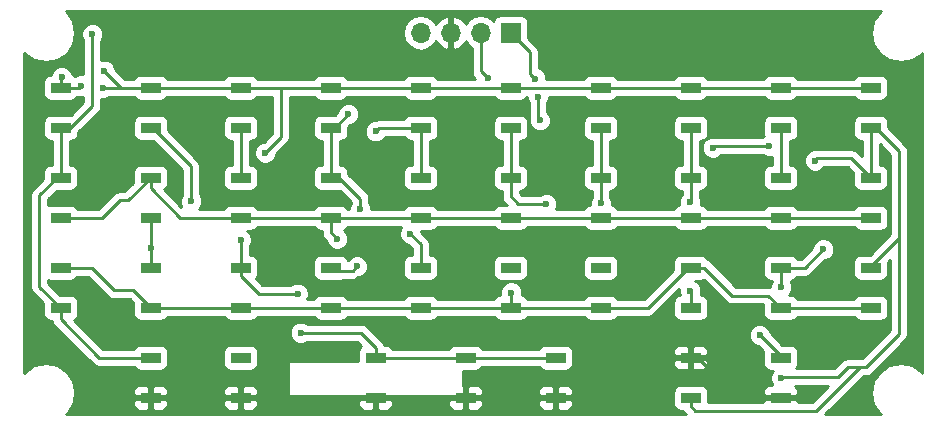
<source format=gbr>
G04 #@! TF.FileFunction,Copper,L1,Top,Signal*
%FSLAX46Y46*%
G04 Gerber Fmt 4.6, Leading zero omitted, Abs format (unit mm)*
G04 Created by KiCad (PCBNEW 4.0.7) date 07/09/18 18:26:11*
%MOMM*%
%LPD*%
G01*
G04 APERTURE LIST*
%ADD10C,0.100000*%
%ADD11R,1.700000X0.900000*%
%ADD12R,1.700000X1.700000*%
%ADD13O,1.700000X1.700000*%
%ADD14C,0.600000*%
%ADD15C,0.250000*%
%ADD16C,0.254000*%
G04 APERTURE END LIST*
D10*
D11*
X151130000Y-107520000D03*
X151130000Y-110920000D03*
X158750000Y-107520000D03*
X158750000Y-110920000D03*
X139700000Y-107520000D03*
X139700000Y-110920000D03*
X124460000Y-88060000D03*
X124460000Y-84660000D03*
X124460000Y-103300000D03*
X124460000Y-99900000D03*
X162560000Y-99900000D03*
X162560000Y-103300000D03*
X193040000Y-92280000D03*
X193040000Y-95680000D03*
X147320000Y-99900000D03*
X147320000Y-103300000D03*
X139700000Y-92280000D03*
X139700000Y-95680000D03*
X139700000Y-88060000D03*
X139700000Y-84660000D03*
X185420000Y-99900000D03*
X185420000Y-103300000D03*
X147320000Y-92280000D03*
X147320000Y-95680000D03*
X154940000Y-92280000D03*
X154940000Y-95680000D03*
X162560000Y-92280000D03*
X162560000Y-95680000D03*
X177800000Y-88060000D03*
X177800000Y-84660000D03*
D12*
X162560000Y-80010000D03*
D13*
X160020000Y-80010000D03*
X157480000Y-80010000D03*
X154940000Y-80010000D03*
D11*
X170180000Y-92280000D03*
X170180000Y-95680000D03*
X177800000Y-92280000D03*
X177800000Y-95680000D03*
X185420000Y-92280000D03*
X185420000Y-95680000D03*
X177800000Y-103300000D03*
X177800000Y-99900000D03*
X170180000Y-99900000D03*
X170180000Y-103300000D03*
X185420000Y-88060000D03*
X185420000Y-84660000D03*
X193040000Y-88060000D03*
X193040000Y-84660000D03*
X124460000Y-92280000D03*
X124460000Y-95680000D03*
X147320000Y-88060000D03*
X147320000Y-84660000D03*
X193040000Y-99900000D03*
X193040000Y-103300000D03*
X132080000Y-95680000D03*
X132080000Y-92280000D03*
X132080000Y-107520000D03*
X132080000Y-110920000D03*
X177800000Y-110920000D03*
X177800000Y-107520000D03*
X166370000Y-107520000D03*
X166370000Y-110920000D03*
X185420000Y-107520000D03*
X185420000Y-110920000D03*
X154940000Y-88060000D03*
X154940000Y-84660000D03*
X170180000Y-88060000D03*
X170180000Y-84660000D03*
X154940000Y-99900000D03*
X154940000Y-103300000D03*
X132080000Y-99900000D03*
X132080000Y-103300000D03*
X139700000Y-99900000D03*
X139700000Y-103300000D03*
X162560000Y-88060000D03*
X162560000Y-84660000D03*
X132080000Y-88060000D03*
X132080000Y-84660000D03*
D14*
X157200600Y-83820000D03*
X166090600Y-104978200D03*
X166370000Y-102057200D03*
X164795200Y-98044000D03*
X164642800Y-83896200D03*
X164871400Y-85445600D03*
X165049200Y-87426800D03*
X188341000Y-90830400D03*
X184454800Y-89585800D03*
X179679600Y-89738200D03*
X185445400Y-109245400D03*
X160604200Y-83870800D03*
X139344400Y-107492800D03*
X132105400Y-98221800D03*
X135509000Y-94259400D03*
X131826000Y-88011000D03*
X127152400Y-80111600D03*
X124536200Y-83769200D03*
X128168400Y-83235800D03*
X141782800Y-90170000D03*
X126212600Y-84480400D03*
X128066800Y-84658200D03*
X162610800Y-102006400D03*
X162814000Y-99822000D03*
X165582600Y-94513400D03*
X162610800Y-88011000D03*
X147878800Y-97459800D03*
X149555200Y-99796600D03*
X149834600Y-94970600D03*
X148818600Y-86893400D03*
X139700000Y-97536000D03*
X144526000Y-102108000D03*
X144780000Y-105410000D03*
X139623800Y-87985600D03*
X185597800Y-92151200D03*
X189026800Y-98348800D03*
X185470800Y-101523800D03*
X183642000Y-105613200D03*
X154838400Y-88061800D03*
X151130000Y-88360000D03*
X154051000Y-97028000D03*
X177723800Y-94361000D03*
X177774600Y-101854000D03*
X170230800Y-88087200D03*
X170154600Y-99872800D03*
X170205400Y-94411800D03*
D15*
X157480000Y-83540600D02*
X157480000Y-80010000D01*
X157200600Y-83820000D02*
X157480000Y-83540600D01*
X168632400Y-107520000D02*
X171321200Y-107520000D01*
X166090600Y-104978200D02*
X168632400Y-107520000D01*
X166370000Y-99618800D02*
X166370000Y-102057200D01*
X164795200Y-98044000D02*
X166370000Y-99618800D01*
X177800000Y-107520000D02*
X178411400Y-107520000D01*
X178411400Y-107520000D02*
X181811400Y-110920000D01*
X181811400Y-110920000D02*
X185420000Y-110920000D01*
X162585400Y-110945400D02*
X167895800Y-110945400D01*
X171321200Y-107520000D02*
X177800000Y-107520000D01*
X167895800Y-110945400D02*
X171321200Y-107520000D01*
X139700000Y-110920000D02*
X162560000Y-110920000D01*
X162560000Y-110920000D02*
X162585400Y-110945400D01*
X132080000Y-110920000D02*
X139700000Y-110920000D01*
X164211000Y-81661000D02*
X162560000Y-80010000D01*
X164211000Y-83464400D02*
X164211000Y-81661000D01*
X164642800Y-83896200D02*
X164211000Y-83464400D01*
X164871400Y-87249000D02*
X164871400Y-85445600D01*
X165049200Y-87426800D02*
X164871400Y-87249000D01*
X193040000Y-92280000D02*
X193040000Y-88060000D01*
X191412600Y-90652600D02*
X193040000Y-92280000D01*
X188518800Y-90652600D02*
X191412600Y-90652600D01*
X188341000Y-90830400D02*
X188518800Y-90652600D01*
X179832000Y-89585800D02*
X184454800Y-89585800D01*
X179679600Y-89738200D02*
X179832000Y-89585800D01*
X185445400Y-109245400D02*
X185521600Y-109169200D01*
X185521600Y-109169200D02*
X190246000Y-109169200D01*
X190246000Y-109169200D02*
X191084200Y-108331000D01*
X191084200Y-108331000D02*
X192125600Y-108331000D01*
X195453000Y-97383600D02*
X195453000Y-105511600D01*
X177800000Y-111633000D02*
X177800000Y-110920000D01*
X178206400Y-112039400D02*
X177800000Y-111633000D01*
X188417200Y-112039400D02*
X178206400Y-112039400D01*
X192125600Y-108331000D02*
X188417200Y-112039400D01*
X192633600Y-108331000D02*
X192125600Y-108331000D01*
X195453000Y-105511600D02*
X192633600Y-108331000D01*
X193040000Y-99900000D02*
X193040000Y-99796600D01*
X193040000Y-99796600D02*
X195453000Y-97383600D01*
X195453000Y-97383600D02*
X195453000Y-90017600D01*
X195453000Y-90017600D02*
X193495400Y-88060000D01*
X193495400Y-88060000D02*
X193040000Y-88060000D01*
X160020000Y-83286600D02*
X160020000Y-80010000D01*
X160604200Y-83870800D02*
X160020000Y-83286600D01*
X139344400Y-107492800D02*
X139371600Y-107520000D01*
X139371600Y-107520000D02*
X139700000Y-107520000D01*
X132105400Y-98221800D02*
X132105400Y-95705400D01*
X132105400Y-95705400D02*
X132080000Y-95680000D01*
X132080000Y-88060000D02*
X132281400Y-88060000D01*
X132281400Y-88060000D02*
X135509000Y-91287600D01*
X132080000Y-98247200D02*
X132080000Y-99900000D01*
X132105400Y-98221800D02*
X132080000Y-98247200D01*
X135509000Y-91287600D02*
X135509000Y-94259400D01*
X131826000Y-88011000D02*
X131875000Y-88060000D01*
X131875000Y-88060000D02*
X132080000Y-88060000D01*
X124460000Y-103300000D02*
X124460000Y-104267000D01*
X127713000Y-107520000D02*
X132080000Y-107520000D01*
X124460000Y-104267000D02*
X127713000Y-107520000D01*
X124460000Y-92280000D02*
X124153400Y-92280000D01*
X124153400Y-92280000D02*
X122656600Y-93776800D01*
X122656600Y-101496600D02*
X124460000Y-103300000D01*
X122656600Y-93776800D02*
X122656600Y-101496600D01*
X124460000Y-88060000D02*
X124460000Y-92280000D01*
X124460000Y-88060000D02*
X125274600Y-88060000D01*
X125274600Y-88060000D02*
X127152400Y-86182200D01*
X127152400Y-86182200D02*
X127152400Y-80111600D01*
X132080000Y-84660000D02*
X129592600Y-84660000D01*
X124460000Y-83845400D02*
X124460000Y-84660000D01*
X124536200Y-83769200D02*
X124460000Y-83845400D01*
X129592600Y-84660000D02*
X128168400Y-83235800D01*
X143103600Y-84660000D02*
X143103600Y-88849200D01*
X143103600Y-88849200D02*
X141782800Y-90170000D01*
X139700000Y-84660000D02*
X128068600Y-84660000D01*
X126033000Y-84660000D02*
X124460000Y-84660000D01*
X126212600Y-84480400D02*
X126033000Y-84660000D01*
X128068600Y-84660000D02*
X128066800Y-84658200D01*
X147320000Y-84660000D02*
X143103600Y-84660000D01*
X143103600Y-84660000D02*
X139700000Y-84660000D01*
X154940000Y-84660000D02*
X147320000Y-84660000D01*
X162560000Y-84660000D02*
X154940000Y-84660000D01*
X170180000Y-84660000D02*
X162560000Y-84660000D01*
X177800000Y-84660000D02*
X170180000Y-84660000D01*
X185420000Y-84660000D02*
X177800000Y-84660000D01*
X193040000Y-84660000D02*
X185420000Y-84660000D01*
X147320000Y-103300000D02*
X154940000Y-103300000D01*
X139700000Y-103300000D02*
X147320000Y-103300000D01*
X132080000Y-103300000D02*
X139700000Y-103300000D01*
X124460000Y-99900000D02*
X127078000Y-99900000D01*
X130608600Y-101828600D02*
X132080000Y-103300000D01*
X129006600Y-101828600D02*
X130608600Y-101828600D01*
X127078000Y-99900000D02*
X129006600Y-101828600D01*
X154940000Y-103300000D02*
X162560000Y-103300000D01*
X185420000Y-103300000D02*
X193040000Y-103300000D01*
X177800000Y-99900000D02*
X178944800Y-99900000D01*
X184380400Y-102260400D02*
X185420000Y-103300000D01*
X181305200Y-102260400D02*
X184380400Y-102260400D01*
X178944800Y-99900000D02*
X181305200Y-102260400D01*
X170180000Y-103300000D02*
X174169600Y-103300000D01*
X174169600Y-103300000D02*
X177569600Y-99900000D01*
X177569600Y-99900000D02*
X177800000Y-99900000D01*
X162560000Y-103300000D02*
X170180000Y-103300000D01*
X162560000Y-102057200D02*
X162560000Y-103300000D01*
X162610800Y-102006400D02*
X162560000Y-102057200D01*
X162560000Y-92280000D02*
X162560000Y-93853000D01*
X162814000Y-99822000D02*
X162736000Y-99900000D01*
X163220400Y-94513400D02*
X165582600Y-94513400D01*
X162560000Y-93853000D02*
X163220400Y-94513400D01*
X162736000Y-99900000D02*
X162560000Y-99900000D01*
X162560000Y-88060000D02*
X162560000Y-92280000D01*
X162610800Y-88011000D02*
X162561800Y-88060000D01*
X162561800Y-88060000D02*
X162560000Y-88060000D01*
X147320000Y-95680000D02*
X147320000Y-96901000D01*
X147320000Y-96901000D02*
X147878800Y-97459800D01*
X185420000Y-95680000D02*
X193040000Y-95680000D01*
X177800000Y-95680000D02*
X185420000Y-95680000D01*
X170180000Y-95680000D02*
X177800000Y-95680000D01*
X162560000Y-95680000D02*
X170180000Y-95680000D01*
X154940000Y-95680000D02*
X162560000Y-95680000D01*
X147320000Y-95680000D02*
X154940000Y-95680000D01*
X139700000Y-95680000D02*
X147320000Y-95680000D01*
X132080000Y-92280000D02*
X132080000Y-93192600D01*
X134567400Y-95680000D02*
X139700000Y-95680000D01*
X132080000Y-93192600D02*
X134567400Y-95680000D01*
X124460000Y-95680000D02*
X127967000Y-95680000D01*
X130176800Y-94183200D02*
X132080000Y-92280000D01*
X129463800Y-94183200D02*
X130176800Y-94183200D01*
X127967000Y-95680000D02*
X129463800Y-94183200D01*
X147320000Y-92280000D02*
X148058400Y-92280000D01*
X148058400Y-92280000D02*
X149834600Y-94056200D01*
X149199600Y-100152200D02*
X147572200Y-100152200D01*
X149555200Y-99796600D02*
X149199600Y-100152200D01*
X149834600Y-94056200D02*
X149834600Y-94970600D01*
X147572200Y-100152200D02*
X147320000Y-99900000D01*
X147320000Y-88060000D02*
X147320000Y-92280000D01*
X147320000Y-88060000D02*
X147652000Y-88060000D01*
X147652000Y-88060000D02*
X148818600Y-86893400D01*
X139700000Y-99900000D02*
X139700000Y-97536000D01*
X139700000Y-99900000D02*
X139700000Y-100584000D01*
X141224000Y-102108000D02*
X144526000Y-102108000D01*
X139700000Y-100584000D02*
X141224000Y-102108000D01*
X151130000Y-107520000D02*
X151130000Y-106680000D01*
X151130000Y-106680000D02*
X149860000Y-105410000D01*
X149860000Y-105410000D02*
X144780000Y-105410000D01*
X158750000Y-107520000D02*
X151130000Y-107520000D01*
X166370000Y-107520000D02*
X158750000Y-107520000D01*
X139700000Y-92280000D02*
X139700000Y-88060000D01*
X139700000Y-92557600D02*
X139700000Y-92280000D01*
X139977600Y-99900000D02*
X139700000Y-99900000D01*
X139623800Y-87985600D02*
X139698200Y-88060000D01*
X139698200Y-88060000D02*
X139700000Y-88060000D01*
X185420000Y-92280000D02*
X185420000Y-88060000D01*
X185597800Y-92151200D02*
X185469000Y-92280000D01*
X185469000Y-92280000D02*
X185420000Y-92280000D01*
X185420000Y-99900000D02*
X187475600Y-99900000D01*
X187475600Y-99900000D02*
X189026800Y-98348800D01*
X185420000Y-101473000D02*
X185420000Y-99900000D01*
X185470800Y-101523800D02*
X185420000Y-101473000D01*
X185420000Y-107520000D02*
X185420000Y-107391200D01*
X185420000Y-107391200D02*
X183642000Y-105613200D01*
X154838400Y-88061800D02*
X154840200Y-88060000D01*
X154840200Y-88060000D02*
X154940000Y-88060000D01*
X154940000Y-88060000D02*
X154940000Y-92280000D01*
X154940000Y-97917000D02*
X154051000Y-97028000D01*
X154940000Y-99900000D02*
X154940000Y-97917000D01*
X151430000Y-88060000D02*
X154940000Y-88060000D01*
X151130000Y-88360000D02*
X151430000Y-88060000D01*
X177800000Y-92280000D02*
X177800000Y-94284800D01*
X177800000Y-94284800D02*
X177723800Y-94361000D01*
X177800000Y-101879400D02*
X177800000Y-103300000D01*
X177774600Y-101854000D02*
X177800000Y-101879400D01*
X177800000Y-92280000D02*
X177800000Y-88060000D01*
X170230800Y-88087200D02*
X170203600Y-88060000D01*
X170203600Y-88060000D02*
X170180000Y-88060000D01*
X170180000Y-92280000D02*
X170180000Y-94386400D01*
X170154600Y-99872800D02*
X170180000Y-99898200D01*
X170180000Y-94386400D02*
X170205400Y-94411800D01*
X170180000Y-99898200D02*
X170180000Y-99900000D01*
X170180000Y-92280000D02*
X170180000Y-88060000D01*
D16*
G36*
X193807954Y-78237954D02*
X193264711Y-79050976D01*
X193073949Y-80010000D01*
X193264711Y-80969024D01*
X193807954Y-81782046D01*
X194620976Y-82325289D01*
X195580000Y-82516051D01*
X196539024Y-82325289D01*
X197352046Y-81782046D01*
X197410000Y-81695312D01*
X197410000Y-108804688D01*
X197352046Y-108717954D01*
X196539024Y-108174711D01*
X195580000Y-107983949D01*
X194620976Y-108174711D01*
X193807954Y-108717954D01*
X193264711Y-109530976D01*
X193073949Y-110490000D01*
X193264711Y-111449024D01*
X193807954Y-112262046D01*
X193894688Y-112320000D01*
X189211402Y-112320000D01*
X192440402Y-109091000D01*
X192633600Y-109091000D01*
X192924439Y-109033148D01*
X193171001Y-108868401D01*
X195990401Y-106049001D01*
X196155148Y-105802439D01*
X196213000Y-105511600D01*
X196213000Y-90017600D01*
X196163941Y-89770967D01*
X196155148Y-89726760D01*
X195990401Y-89480199D01*
X194537440Y-88027238D01*
X194537440Y-87610000D01*
X194493162Y-87374683D01*
X194354090Y-87158559D01*
X194141890Y-87013569D01*
X193890000Y-86962560D01*
X192190000Y-86962560D01*
X191954683Y-87006838D01*
X191738559Y-87145910D01*
X191593569Y-87358110D01*
X191542560Y-87610000D01*
X191542560Y-88510000D01*
X191586838Y-88745317D01*
X191725910Y-88961441D01*
X191938110Y-89106431D01*
X192190000Y-89157440D01*
X192280000Y-89157440D01*
X192280000Y-90445198D01*
X191950001Y-90115199D01*
X191703439Y-89950452D01*
X191412600Y-89892600D01*
X188518800Y-89892600D01*
X188504013Y-89895541D01*
X188155833Y-89895238D01*
X187812057Y-90037283D01*
X187548808Y-90300073D01*
X187406162Y-90643601D01*
X187405838Y-91015567D01*
X187547883Y-91359343D01*
X187810673Y-91622592D01*
X188154201Y-91765238D01*
X188526167Y-91765562D01*
X188869943Y-91623517D01*
X189081228Y-91412600D01*
X191097798Y-91412600D01*
X191542560Y-91857362D01*
X191542560Y-92730000D01*
X191586838Y-92965317D01*
X191725910Y-93181441D01*
X191938110Y-93326431D01*
X192190000Y-93377440D01*
X193890000Y-93377440D01*
X194125317Y-93333162D01*
X194341441Y-93194090D01*
X194486431Y-92981890D01*
X194537440Y-92730000D01*
X194537440Y-91830000D01*
X194493162Y-91594683D01*
X194354090Y-91378559D01*
X194141890Y-91233569D01*
X193890000Y-91182560D01*
X193800000Y-91182560D01*
X193800000Y-89439402D01*
X194693000Y-90332402D01*
X194693000Y-97068798D01*
X192959238Y-98802560D01*
X192190000Y-98802560D01*
X191954683Y-98846838D01*
X191738559Y-98985910D01*
X191593569Y-99198110D01*
X191542560Y-99450000D01*
X191542560Y-100350000D01*
X191586838Y-100585317D01*
X191725910Y-100801441D01*
X191938110Y-100946431D01*
X192190000Y-100997440D01*
X193890000Y-100997440D01*
X194125317Y-100953162D01*
X194341441Y-100814090D01*
X194486431Y-100601890D01*
X194537440Y-100350000D01*
X194537440Y-99450000D01*
X194525398Y-99386004D01*
X194693000Y-99218402D01*
X194693000Y-105196798D01*
X192318798Y-107571000D01*
X191084200Y-107571000D01*
X190793361Y-107628852D01*
X190546799Y-107793599D01*
X189931198Y-108409200D01*
X186738448Y-108409200D01*
X186866431Y-108221890D01*
X186917440Y-107970000D01*
X186917440Y-107070000D01*
X186873162Y-106834683D01*
X186734090Y-106618559D01*
X186521890Y-106473569D01*
X186270000Y-106422560D01*
X185526162Y-106422560D01*
X184577122Y-105473520D01*
X184577162Y-105428033D01*
X184435117Y-105084257D01*
X184172327Y-104821008D01*
X183828799Y-104678362D01*
X183456833Y-104678038D01*
X183113057Y-104820083D01*
X182849808Y-105082873D01*
X182707162Y-105426401D01*
X182706838Y-105798367D01*
X182848883Y-106142143D01*
X183111673Y-106405392D01*
X183455201Y-106548038D01*
X183502077Y-106548079D01*
X183939642Y-106985644D01*
X183922560Y-107070000D01*
X183922560Y-107970000D01*
X183966838Y-108205317D01*
X184105910Y-108421441D01*
X184318110Y-108566431D01*
X184570000Y-108617440D01*
X184751012Y-108617440D01*
X184653208Y-108715073D01*
X184510562Y-109058601D01*
X184510238Y-109430567D01*
X184652283Y-109774343D01*
X184712834Y-109835000D01*
X184443690Y-109835000D01*
X184210301Y-109931673D01*
X184031673Y-110110302D01*
X183935000Y-110343691D01*
X183935000Y-110634250D01*
X184093750Y-110793000D01*
X185293000Y-110793000D01*
X185293000Y-110773000D01*
X185547000Y-110773000D01*
X185547000Y-110793000D01*
X186746250Y-110793000D01*
X186905000Y-110634250D01*
X186905000Y-110343691D01*
X186808327Y-110110302D01*
X186629699Y-109931673D01*
X186623729Y-109929200D01*
X189452598Y-109929200D01*
X188102398Y-111279400D01*
X186905000Y-111279400D01*
X186905000Y-111205750D01*
X186746250Y-111047000D01*
X185547000Y-111047000D01*
X185547000Y-111067000D01*
X185293000Y-111067000D01*
X185293000Y-111047000D01*
X184093750Y-111047000D01*
X183935000Y-111205750D01*
X183935000Y-111279400D01*
X179297440Y-111279400D01*
X179297440Y-110470000D01*
X179253162Y-110234683D01*
X179114090Y-110018559D01*
X178901890Y-109873569D01*
X178650000Y-109822560D01*
X176950000Y-109822560D01*
X176714683Y-109866838D01*
X176498559Y-110005910D01*
X176353569Y-110218110D01*
X176302560Y-110470000D01*
X176302560Y-111370000D01*
X176346838Y-111605317D01*
X176485910Y-111821441D01*
X176698110Y-111966431D01*
X176950000Y-112017440D01*
X177160394Y-112017440D01*
X177262599Y-112170401D01*
X177412198Y-112320000D01*
X124875312Y-112320000D01*
X124962046Y-112262046D01*
X125505289Y-111449024D01*
X125553679Y-111205750D01*
X130595000Y-111205750D01*
X130595000Y-111496309D01*
X130691673Y-111729698D01*
X130870301Y-111908327D01*
X131103690Y-112005000D01*
X131794250Y-112005000D01*
X131953000Y-111846250D01*
X131953000Y-111047000D01*
X132207000Y-111047000D01*
X132207000Y-111846250D01*
X132365750Y-112005000D01*
X133056310Y-112005000D01*
X133289699Y-111908327D01*
X133468327Y-111729698D01*
X133565000Y-111496309D01*
X133565000Y-111205750D01*
X138215000Y-111205750D01*
X138215000Y-111496309D01*
X138311673Y-111729698D01*
X138490301Y-111908327D01*
X138723690Y-112005000D01*
X139414250Y-112005000D01*
X139573000Y-111846250D01*
X139573000Y-111047000D01*
X139827000Y-111047000D01*
X139827000Y-111846250D01*
X139985750Y-112005000D01*
X140676310Y-112005000D01*
X140909699Y-111908327D01*
X141088327Y-111729698D01*
X141185000Y-111496309D01*
X141185000Y-111205750D01*
X149645000Y-111205750D01*
X149645000Y-111496309D01*
X149741673Y-111729698D01*
X149920301Y-111908327D01*
X150153690Y-112005000D01*
X150844250Y-112005000D01*
X151003000Y-111846250D01*
X151003000Y-111047000D01*
X151257000Y-111047000D01*
X151257000Y-111846250D01*
X151415750Y-112005000D01*
X152106310Y-112005000D01*
X152339699Y-111908327D01*
X152518327Y-111729698D01*
X152615000Y-111496309D01*
X152615000Y-111205750D01*
X157265000Y-111205750D01*
X157265000Y-111496309D01*
X157361673Y-111729698D01*
X157540301Y-111908327D01*
X157773690Y-112005000D01*
X158464250Y-112005000D01*
X158623000Y-111846250D01*
X158623000Y-111047000D01*
X158877000Y-111047000D01*
X158877000Y-111846250D01*
X159035750Y-112005000D01*
X159726310Y-112005000D01*
X159959699Y-111908327D01*
X160138327Y-111729698D01*
X160235000Y-111496309D01*
X160235000Y-111205750D01*
X164885000Y-111205750D01*
X164885000Y-111496309D01*
X164981673Y-111729698D01*
X165160301Y-111908327D01*
X165393690Y-112005000D01*
X166084250Y-112005000D01*
X166243000Y-111846250D01*
X166243000Y-111047000D01*
X166497000Y-111047000D01*
X166497000Y-111846250D01*
X166655750Y-112005000D01*
X167346310Y-112005000D01*
X167579699Y-111908327D01*
X167758327Y-111729698D01*
X167855000Y-111496309D01*
X167855000Y-111205750D01*
X167696250Y-111047000D01*
X166497000Y-111047000D01*
X166243000Y-111047000D01*
X165043750Y-111047000D01*
X164885000Y-111205750D01*
X160235000Y-111205750D01*
X160076250Y-111047000D01*
X158877000Y-111047000D01*
X158623000Y-111047000D01*
X157423750Y-111047000D01*
X157265000Y-111205750D01*
X152615000Y-111205750D01*
X152456250Y-111047000D01*
X151257000Y-111047000D01*
X151003000Y-111047000D01*
X149803750Y-111047000D01*
X149645000Y-111205750D01*
X141185000Y-111205750D01*
X141026250Y-111047000D01*
X139827000Y-111047000D01*
X139573000Y-111047000D01*
X138373750Y-111047000D01*
X138215000Y-111205750D01*
X133565000Y-111205750D01*
X133406250Y-111047000D01*
X132207000Y-111047000D01*
X131953000Y-111047000D01*
X130753750Y-111047000D01*
X130595000Y-111205750D01*
X125553679Y-111205750D01*
X125696051Y-110490000D01*
X125666949Y-110343691D01*
X130595000Y-110343691D01*
X130595000Y-110634250D01*
X130753750Y-110793000D01*
X131953000Y-110793000D01*
X131953000Y-109993750D01*
X132207000Y-109993750D01*
X132207000Y-110793000D01*
X133406250Y-110793000D01*
X133565000Y-110634250D01*
X133565000Y-110343691D01*
X138215000Y-110343691D01*
X138215000Y-110634250D01*
X138373750Y-110793000D01*
X139573000Y-110793000D01*
X139573000Y-109993750D01*
X139827000Y-109993750D01*
X139827000Y-110793000D01*
X141026250Y-110793000D01*
X141185000Y-110634250D01*
X141185000Y-110343691D01*
X141088327Y-110110302D01*
X140909699Y-109931673D01*
X140676310Y-109835000D01*
X139985750Y-109835000D01*
X139827000Y-109993750D01*
X139573000Y-109993750D01*
X139414250Y-109835000D01*
X138723690Y-109835000D01*
X138490301Y-109931673D01*
X138311673Y-110110302D01*
X138215000Y-110343691D01*
X133565000Y-110343691D01*
X133468327Y-110110302D01*
X133289699Y-109931673D01*
X133056310Y-109835000D01*
X132365750Y-109835000D01*
X132207000Y-109993750D01*
X131953000Y-109993750D01*
X131794250Y-109835000D01*
X131103690Y-109835000D01*
X130870301Y-109931673D01*
X130691673Y-110110302D01*
X130595000Y-110343691D01*
X125666949Y-110343691D01*
X125505289Y-109530976D01*
X124962046Y-108717954D01*
X124149024Y-108174711D01*
X123190000Y-107983949D01*
X122230976Y-108174711D01*
X121417954Y-108717954D01*
X121360000Y-108804688D01*
X121360000Y-93776800D01*
X121896600Y-93776800D01*
X121896600Y-101496600D01*
X121954452Y-101787439D01*
X122119199Y-102034001D01*
X122962560Y-102877362D01*
X122962560Y-103750000D01*
X123006838Y-103985317D01*
X123145910Y-104201441D01*
X123358110Y-104346431D01*
X123610000Y-104397440D01*
X123725946Y-104397440D01*
X123757852Y-104557839D01*
X123922599Y-104804401D01*
X127175599Y-108057401D01*
X127422161Y-108222148D01*
X127713000Y-108280000D01*
X130674895Y-108280000D01*
X130765910Y-108421441D01*
X130978110Y-108566431D01*
X131230000Y-108617440D01*
X132930000Y-108617440D01*
X133165317Y-108573162D01*
X133381441Y-108434090D01*
X133526431Y-108221890D01*
X133577440Y-107970000D01*
X133577440Y-107070000D01*
X138202560Y-107070000D01*
X138202560Y-107970000D01*
X138246838Y-108205317D01*
X138385910Y-108421441D01*
X138598110Y-108566431D01*
X138850000Y-108617440D01*
X140550000Y-108617440D01*
X140785317Y-108573162D01*
X141001441Y-108434090D01*
X141146431Y-108221890D01*
X141197440Y-107970000D01*
X141197440Y-107810000D01*
X143733095Y-107810000D01*
X143733095Y-110730000D01*
X149740750Y-110730000D01*
X149803750Y-110793000D01*
X151003000Y-110793000D01*
X151003000Y-110773000D01*
X151257000Y-110773000D01*
X151257000Y-110793000D01*
X152456250Y-110793000D01*
X152519250Y-110730000D01*
X157360750Y-110730000D01*
X157423750Y-110793000D01*
X158623000Y-110793000D01*
X158623000Y-109993750D01*
X158877000Y-109993750D01*
X158877000Y-110793000D01*
X160076250Y-110793000D01*
X160235000Y-110634250D01*
X160235000Y-110343691D01*
X164885000Y-110343691D01*
X164885000Y-110634250D01*
X165043750Y-110793000D01*
X166243000Y-110793000D01*
X166243000Y-109993750D01*
X166497000Y-109993750D01*
X166497000Y-110793000D01*
X167696250Y-110793000D01*
X167855000Y-110634250D01*
X167855000Y-110343691D01*
X167758327Y-110110302D01*
X167579699Y-109931673D01*
X167346310Y-109835000D01*
X166655750Y-109835000D01*
X166497000Y-109993750D01*
X166243000Y-109993750D01*
X166084250Y-109835000D01*
X165393690Y-109835000D01*
X165160301Y-109931673D01*
X164981673Y-110110302D01*
X164885000Y-110343691D01*
X160235000Y-110343691D01*
X160138327Y-110110302D01*
X159959699Y-109931673D01*
X159726310Y-109835000D01*
X159035750Y-109835000D01*
X158877000Y-109993750D01*
X158623000Y-109993750D01*
X158526905Y-109897655D01*
X158526905Y-108617440D01*
X159600000Y-108617440D01*
X159835317Y-108573162D01*
X160051441Y-108434090D01*
X160156726Y-108280000D01*
X164964895Y-108280000D01*
X165055910Y-108421441D01*
X165268110Y-108566431D01*
X165520000Y-108617440D01*
X167220000Y-108617440D01*
X167455317Y-108573162D01*
X167671441Y-108434090D01*
X167816431Y-108221890D01*
X167867440Y-107970000D01*
X167867440Y-107805750D01*
X176315000Y-107805750D01*
X176315000Y-108096309D01*
X176411673Y-108329698D01*
X176590301Y-108508327D01*
X176823690Y-108605000D01*
X177514250Y-108605000D01*
X177673000Y-108446250D01*
X177673000Y-107647000D01*
X177927000Y-107647000D01*
X177927000Y-108446250D01*
X178085750Y-108605000D01*
X178776310Y-108605000D01*
X179009699Y-108508327D01*
X179188327Y-108329698D01*
X179285000Y-108096309D01*
X179285000Y-107805750D01*
X179126250Y-107647000D01*
X177927000Y-107647000D01*
X177673000Y-107647000D01*
X176473750Y-107647000D01*
X176315000Y-107805750D01*
X167867440Y-107805750D01*
X167867440Y-107070000D01*
X167843674Y-106943691D01*
X176315000Y-106943691D01*
X176315000Y-107234250D01*
X176473750Y-107393000D01*
X177673000Y-107393000D01*
X177673000Y-106593750D01*
X177927000Y-106593750D01*
X177927000Y-107393000D01*
X179126250Y-107393000D01*
X179285000Y-107234250D01*
X179285000Y-106943691D01*
X179188327Y-106710302D01*
X179009699Y-106531673D01*
X178776310Y-106435000D01*
X178085750Y-106435000D01*
X177927000Y-106593750D01*
X177673000Y-106593750D01*
X177514250Y-106435000D01*
X176823690Y-106435000D01*
X176590301Y-106531673D01*
X176411673Y-106710302D01*
X176315000Y-106943691D01*
X167843674Y-106943691D01*
X167823162Y-106834683D01*
X167684090Y-106618559D01*
X167471890Y-106473569D01*
X167220000Y-106422560D01*
X165520000Y-106422560D01*
X165284683Y-106466838D01*
X165068559Y-106605910D01*
X164963274Y-106760000D01*
X160155105Y-106760000D01*
X160064090Y-106618559D01*
X159851890Y-106473569D01*
X159600000Y-106422560D01*
X157900000Y-106422560D01*
X157664683Y-106466838D01*
X157448559Y-106605910D01*
X157343274Y-106760000D01*
X152535105Y-106760000D01*
X152444090Y-106618559D01*
X152231890Y-106473569D01*
X151980000Y-106422560D01*
X151838792Y-106422560D01*
X151832148Y-106389160D01*
X151667401Y-106142599D01*
X150397401Y-104872599D01*
X150150839Y-104707852D01*
X149860000Y-104650000D01*
X145342463Y-104650000D01*
X145310327Y-104617808D01*
X144966799Y-104475162D01*
X144594833Y-104474838D01*
X144251057Y-104616883D01*
X143987808Y-104879673D01*
X143845162Y-105223201D01*
X143844838Y-105595167D01*
X143986883Y-105938943D01*
X144249673Y-106202192D01*
X144593201Y-106344838D01*
X144965167Y-106345162D01*
X145308943Y-106203117D01*
X145342118Y-106170000D01*
X149545198Y-106170000D01*
X149921380Y-106546182D01*
X149828559Y-106605910D01*
X149683569Y-106818110D01*
X149632560Y-107070000D01*
X149632560Y-107810000D01*
X143733095Y-107810000D01*
X141197440Y-107810000D01*
X141197440Y-107070000D01*
X141153162Y-106834683D01*
X141014090Y-106618559D01*
X140801890Y-106473569D01*
X140550000Y-106422560D01*
X138850000Y-106422560D01*
X138614683Y-106466838D01*
X138398559Y-106605910D01*
X138253569Y-106818110D01*
X138202560Y-107070000D01*
X133577440Y-107070000D01*
X133533162Y-106834683D01*
X133394090Y-106618559D01*
X133181890Y-106473569D01*
X132930000Y-106422560D01*
X131230000Y-106422560D01*
X130994683Y-106466838D01*
X130778559Y-106605910D01*
X130673274Y-106760000D01*
X128027802Y-106760000D01*
X125591345Y-104323543D01*
X125761441Y-104214090D01*
X125906431Y-104001890D01*
X125957440Y-103750000D01*
X125957440Y-102850000D01*
X125913162Y-102614683D01*
X125774090Y-102398559D01*
X125561890Y-102253569D01*
X125310000Y-102202560D01*
X124437362Y-102202560D01*
X123416600Y-101181798D01*
X123416600Y-100958276D01*
X123610000Y-100997440D01*
X125310000Y-100997440D01*
X125545317Y-100953162D01*
X125761441Y-100814090D01*
X125866726Y-100660000D01*
X126763198Y-100660000D01*
X128469199Y-102366001D01*
X128715760Y-102530748D01*
X129006600Y-102588600D01*
X130293798Y-102588600D01*
X130582560Y-102877362D01*
X130582560Y-103750000D01*
X130626838Y-103985317D01*
X130765910Y-104201441D01*
X130978110Y-104346431D01*
X131230000Y-104397440D01*
X132930000Y-104397440D01*
X133165317Y-104353162D01*
X133381441Y-104214090D01*
X133486726Y-104060000D01*
X138294895Y-104060000D01*
X138385910Y-104201441D01*
X138598110Y-104346431D01*
X138850000Y-104397440D01*
X140550000Y-104397440D01*
X140785317Y-104353162D01*
X141001441Y-104214090D01*
X141106726Y-104060000D01*
X145914895Y-104060000D01*
X146005910Y-104201441D01*
X146218110Y-104346431D01*
X146470000Y-104397440D01*
X148170000Y-104397440D01*
X148405317Y-104353162D01*
X148621441Y-104214090D01*
X148726726Y-104060000D01*
X153534895Y-104060000D01*
X153625910Y-104201441D01*
X153838110Y-104346431D01*
X154090000Y-104397440D01*
X155790000Y-104397440D01*
X156025317Y-104353162D01*
X156241441Y-104214090D01*
X156346726Y-104060000D01*
X161154895Y-104060000D01*
X161245910Y-104201441D01*
X161458110Y-104346431D01*
X161710000Y-104397440D01*
X163410000Y-104397440D01*
X163645317Y-104353162D01*
X163861441Y-104214090D01*
X163966726Y-104060000D01*
X168774895Y-104060000D01*
X168865910Y-104201441D01*
X169078110Y-104346431D01*
X169330000Y-104397440D01*
X171030000Y-104397440D01*
X171265317Y-104353162D01*
X171481441Y-104214090D01*
X171586726Y-104060000D01*
X174169600Y-104060000D01*
X174460439Y-104002148D01*
X174707001Y-103837401D01*
X176839729Y-101704673D01*
X176839438Y-102039167D01*
X176910056Y-102210076D01*
X176714683Y-102246838D01*
X176498559Y-102385910D01*
X176353569Y-102598110D01*
X176302560Y-102850000D01*
X176302560Y-103750000D01*
X176346838Y-103985317D01*
X176485910Y-104201441D01*
X176698110Y-104346431D01*
X176950000Y-104397440D01*
X178650000Y-104397440D01*
X178885317Y-104353162D01*
X179101441Y-104214090D01*
X179246431Y-104001890D01*
X179297440Y-103750000D01*
X179297440Y-102850000D01*
X179253162Y-102614683D01*
X179114090Y-102398559D01*
X178901890Y-102253569D01*
X178650000Y-102202560D01*
X178642269Y-102202560D01*
X178709438Y-102040799D01*
X178709762Y-101668833D01*
X178567717Y-101325057D01*
X178304927Y-101061808D01*
X178149912Y-100997440D01*
X178650000Y-100997440D01*
X178885317Y-100953162D01*
X178908343Y-100938345D01*
X180767799Y-102797801D01*
X181014361Y-102962548D01*
X181305200Y-103020400D01*
X183922560Y-103020400D01*
X183922560Y-103750000D01*
X183966838Y-103985317D01*
X184105910Y-104201441D01*
X184318110Y-104346431D01*
X184570000Y-104397440D01*
X186270000Y-104397440D01*
X186505317Y-104353162D01*
X186721441Y-104214090D01*
X186826726Y-104060000D01*
X191634895Y-104060000D01*
X191725910Y-104201441D01*
X191938110Y-104346431D01*
X192190000Y-104397440D01*
X193890000Y-104397440D01*
X194125317Y-104353162D01*
X194341441Y-104214090D01*
X194486431Y-104001890D01*
X194537440Y-103750000D01*
X194537440Y-102850000D01*
X194493162Y-102614683D01*
X194354090Y-102398559D01*
X194141890Y-102253569D01*
X193890000Y-102202560D01*
X192190000Y-102202560D01*
X191954683Y-102246838D01*
X191738559Y-102385910D01*
X191633274Y-102540000D01*
X186825105Y-102540000D01*
X186734090Y-102398559D01*
X186521890Y-102253569D01*
X186270000Y-102202560D01*
X186114300Y-102202560D01*
X186262992Y-102054127D01*
X186405638Y-101710599D01*
X186405962Y-101338633D01*
X186264984Y-100997440D01*
X186270000Y-100997440D01*
X186505317Y-100953162D01*
X186721441Y-100814090D01*
X186826726Y-100660000D01*
X187475600Y-100660000D01*
X187766439Y-100602148D01*
X188013001Y-100437401D01*
X189166480Y-99283922D01*
X189211967Y-99283962D01*
X189555743Y-99141917D01*
X189818992Y-98879127D01*
X189961638Y-98535599D01*
X189961962Y-98163633D01*
X189819917Y-97819857D01*
X189557127Y-97556608D01*
X189213599Y-97413962D01*
X188841633Y-97413638D01*
X188497857Y-97555683D01*
X188234608Y-97818473D01*
X188091962Y-98162001D01*
X188091921Y-98208877D01*
X187160798Y-99140000D01*
X186825105Y-99140000D01*
X186734090Y-98998559D01*
X186521890Y-98853569D01*
X186270000Y-98802560D01*
X184570000Y-98802560D01*
X184334683Y-98846838D01*
X184118559Y-98985910D01*
X183973569Y-99198110D01*
X183922560Y-99450000D01*
X183922560Y-100350000D01*
X183966838Y-100585317D01*
X184105910Y-100801441D01*
X184318110Y-100946431D01*
X184570000Y-100997440D01*
X184660000Y-100997440D01*
X184660000Y-101038286D01*
X184535962Y-101337001D01*
X184535793Y-101531310D01*
X184380400Y-101500400D01*
X181620002Y-101500400D01*
X179482201Y-99362599D01*
X179247379Y-99205697D01*
X179114090Y-98998559D01*
X178901890Y-98853569D01*
X178650000Y-98802560D01*
X176950000Y-98802560D01*
X176714683Y-98846838D01*
X176498559Y-98985910D01*
X176353569Y-99198110D01*
X176302560Y-99450000D01*
X176302560Y-100092238D01*
X173854798Y-102540000D01*
X171585105Y-102540000D01*
X171494090Y-102398559D01*
X171281890Y-102253569D01*
X171030000Y-102202560D01*
X169330000Y-102202560D01*
X169094683Y-102246838D01*
X168878559Y-102385910D01*
X168773274Y-102540000D01*
X163965105Y-102540000D01*
X163874090Y-102398559D01*
X163661890Y-102253569D01*
X163531532Y-102227171D01*
X163545638Y-102193199D01*
X163545962Y-101821233D01*
X163403917Y-101477457D01*
X163141127Y-101214208D01*
X162797599Y-101071562D01*
X162425633Y-101071238D01*
X162081857Y-101213283D01*
X161818608Y-101476073D01*
X161675962Y-101819601D01*
X161675638Y-102191567D01*
X161682331Y-102207766D01*
X161474683Y-102246838D01*
X161258559Y-102385910D01*
X161153274Y-102540000D01*
X156345105Y-102540000D01*
X156254090Y-102398559D01*
X156041890Y-102253569D01*
X155790000Y-102202560D01*
X154090000Y-102202560D01*
X153854683Y-102246838D01*
X153638559Y-102385910D01*
X153533274Y-102540000D01*
X148725105Y-102540000D01*
X148634090Y-102398559D01*
X148421890Y-102253569D01*
X148170000Y-102202560D01*
X146470000Y-102202560D01*
X146234683Y-102246838D01*
X146018559Y-102385910D01*
X145913274Y-102540000D01*
X145359021Y-102540000D01*
X145460838Y-102294799D01*
X145461162Y-101922833D01*
X145319117Y-101579057D01*
X145056327Y-101315808D01*
X144712799Y-101173162D01*
X144340833Y-101172838D01*
X143997057Y-101314883D01*
X143963882Y-101348000D01*
X141538802Y-101348000D01*
X141002842Y-100812040D01*
X141146431Y-100601890D01*
X141197440Y-100350000D01*
X141197440Y-99450000D01*
X145822560Y-99450000D01*
X145822560Y-100350000D01*
X145866838Y-100585317D01*
X146005910Y-100801441D01*
X146218110Y-100946431D01*
X146470000Y-100997440D01*
X148170000Y-100997440D01*
X148405317Y-100953162D01*
X148468974Y-100912200D01*
X149199600Y-100912200D01*
X149490439Y-100854348D01*
X149673989Y-100731704D01*
X149740367Y-100731762D01*
X150084143Y-100589717D01*
X150347392Y-100326927D01*
X150490038Y-99983399D01*
X150490362Y-99611433D01*
X150348317Y-99267657D01*
X150085527Y-99004408D01*
X149741999Y-98861762D01*
X149370033Y-98861438D01*
X149026257Y-99003483D01*
X148779729Y-99249582D01*
X148773162Y-99214683D01*
X148634090Y-98998559D01*
X148421890Y-98853569D01*
X148170000Y-98802560D01*
X146470000Y-98802560D01*
X146234683Y-98846838D01*
X146018559Y-98985910D01*
X145873569Y-99198110D01*
X145822560Y-99450000D01*
X141197440Y-99450000D01*
X141153162Y-99214683D01*
X141014090Y-98998559D01*
X140801890Y-98853569D01*
X140550000Y-98802560D01*
X140460000Y-98802560D01*
X140460000Y-98098463D01*
X140492192Y-98066327D01*
X140634838Y-97722799D01*
X140635162Y-97350833D01*
X140493117Y-97007057D01*
X140263900Y-96777440D01*
X140550000Y-96777440D01*
X140785317Y-96733162D01*
X141001441Y-96594090D01*
X141106726Y-96440000D01*
X145914895Y-96440000D01*
X146005910Y-96581441D01*
X146218110Y-96726431D01*
X146470000Y-96777440D01*
X146560000Y-96777440D01*
X146560000Y-96901000D01*
X146617852Y-97191839D01*
X146782599Y-97438401D01*
X146943678Y-97599480D01*
X146943638Y-97644967D01*
X147085683Y-97988743D01*
X147348473Y-98251992D01*
X147692001Y-98394638D01*
X148063967Y-98394962D01*
X148407743Y-98252917D01*
X148670992Y-97990127D01*
X148813638Y-97646599D01*
X148813962Y-97274633D01*
X148671917Y-96930857D01*
X148447482Y-96706030D01*
X148621441Y-96594090D01*
X148726726Y-96440000D01*
X153316582Y-96440000D01*
X153258808Y-96497673D01*
X153116162Y-96841201D01*
X153115838Y-97213167D01*
X153257883Y-97556943D01*
X153520673Y-97820192D01*
X153864201Y-97962838D01*
X153911077Y-97962879D01*
X154180000Y-98231802D01*
X154180000Y-98802560D01*
X154090000Y-98802560D01*
X153854683Y-98846838D01*
X153638559Y-98985910D01*
X153493569Y-99198110D01*
X153442560Y-99450000D01*
X153442560Y-100350000D01*
X153486838Y-100585317D01*
X153625910Y-100801441D01*
X153838110Y-100946431D01*
X154090000Y-100997440D01*
X155790000Y-100997440D01*
X156025317Y-100953162D01*
X156241441Y-100814090D01*
X156386431Y-100601890D01*
X156437440Y-100350000D01*
X156437440Y-99450000D01*
X161062560Y-99450000D01*
X161062560Y-100350000D01*
X161106838Y-100585317D01*
X161245910Y-100801441D01*
X161458110Y-100946431D01*
X161710000Y-100997440D01*
X163410000Y-100997440D01*
X163645317Y-100953162D01*
X163861441Y-100814090D01*
X164006431Y-100601890D01*
X164057440Y-100350000D01*
X164057440Y-99450000D01*
X168682560Y-99450000D01*
X168682560Y-100350000D01*
X168726838Y-100585317D01*
X168865910Y-100801441D01*
X169078110Y-100946431D01*
X169330000Y-100997440D01*
X171030000Y-100997440D01*
X171265317Y-100953162D01*
X171481441Y-100814090D01*
X171626431Y-100601890D01*
X171677440Y-100350000D01*
X171677440Y-99450000D01*
X171633162Y-99214683D01*
X171494090Y-98998559D01*
X171281890Y-98853569D01*
X171030000Y-98802560D01*
X169330000Y-98802560D01*
X169094683Y-98846838D01*
X168878559Y-98985910D01*
X168733569Y-99198110D01*
X168682560Y-99450000D01*
X164057440Y-99450000D01*
X164013162Y-99214683D01*
X163874090Y-98998559D01*
X163661890Y-98853569D01*
X163410000Y-98802560D01*
X161710000Y-98802560D01*
X161474683Y-98846838D01*
X161258559Y-98985910D01*
X161113569Y-99198110D01*
X161062560Y-99450000D01*
X156437440Y-99450000D01*
X156393162Y-99214683D01*
X156254090Y-98998559D01*
X156041890Y-98853569D01*
X155790000Y-98802560D01*
X155700000Y-98802560D01*
X155700000Y-97917000D01*
X155642148Y-97626161D01*
X155477401Y-97379599D01*
X154986122Y-96888320D01*
X154986162Y-96842833D01*
X154959142Y-96777440D01*
X155790000Y-96777440D01*
X156025317Y-96733162D01*
X156241441Y-96594090D01*
X156346726Y-96440000D01*
X161154895Y-96440000D01*
X161245910Y-96581441D01*
X161458110Y-96726431D01*
X161710000Y-96777440D01*
X163410000Y-96777440D01*
X163645317Y-96733162D01*
X163861441Y-96594090D01*
X163966726Y-96440000D01*
X168774895Y-96440000D01*
X168865910Y-96581441D01*
X169078110Y-96726431D01*
X169330000Y-96777440D01*
X171030000Y-96777440D01*
X171265317Y-96733162D01*
X171481441Y-96594090D01*
X171586726Y-96440000D01*
X176394895Y-96440000D01*
X176485910Y-96581441D01*
X176698110Y-96726431D01*
X176950000Y-96777440D01*
X178650000Y-96777440D01*
X178885317Y-96733162D01*
X179101441Y-96594090D01*
X179206726Y-96440000D01*
X184014895Y-96440000D01*
X184105910Y-96581441D01*
X184318110Y-96726431D01*
X184570000Y-96777440D01*
X186270000Y-96777440D01*
X186505317Y-96733162D01*
X186721441Y-96594090D01*
X186826726Y-96440000D01*
X191634895Y-96440000D01*
X191725910Y-96581441D01*
X191938110Y-96726431D01*
X192190000Y-96777440D01*
X193890000Y-96777440D01*
X194125317Y-96733162D01*
X194341441Y-96594090D01*
X194486431Y-96381890D01*
X194537440Y-96130000D01*
X194537440Y-95230000D01*
X194493162Y-94994683D01*
X194354090Y-94778559D01*
X194141890Y-94633569D01*
X193890000Y-94582560D01*
X192190000Y-94582560D01*
X191954683Y-94626838D01*
X191738559Y-94765910D01*
X191633274Y-94920000D01*
X186825105Y-94920000D01*
X186734090Y-94778559D01*
X186521890Y-94633569D01*
X186270000Y-94582560D01*
X184570000Y-94582560D01*
X184334683Y-94626838D01*
X184118559Y-94765910D01*
X184013274Y-94920000D01*
X179205105Y-94920000D01*
X179114090Y-94778559D01*
X178901890Y-94633569D01*
X178650000Y-94582560D01*
X178644204Y-94582560D01*
X178658638Y-94547799D01*
X178658962Y-94175833D01*
X178560000Y-93936326D01*
X178560000Y-93377440D01*
X178650000Y-93377440D01*
X178885317Y-93333162D01*
X179101441Y-93194090D01*
X179246431Y-92981890D01*
X179297440Y-92730000D01*
X179297440Y-91830000D01*
X179253162Y-91594683D01*
X179114090Y-91378559D01*
X178901890Y-91233569D01*
X178650000Y-91182560D01*
X178560000Y-91182560D01*
X178560000Y-89923367D01*
X178744438Y-89923367D01*
X178886483Y-90267143D01*
X179149273Y-90530392D01*
X179492801Y-90673038D01*
X179864767Y-90673362D01*
X180208543Y-90531317D01*
X180394384Y-90345800D01*
X183892337Y-90345800D01*
X183924473Y-90377992D01*
X184268001Y-90520638D01*
X184639967Y-90520962D01*
X184660000Y-90512685D01*
X184660000Y-91182560D01*
X184570000Y-91182560D01*
X184334683Y-91226838D01*
X184118559Y-91365910D01*
X183973569Y-91578110D01*
X183922560Y-91830000D01*
X183922560Y-92730000D01*
X183966838Y-92965317D01*
X184105910Y-93181441D01*
X184318110Y-93326431D01*
X184570000Y-93377440D01*
X186270000Y-93377440D01*
X186505317Y-93333162D01*
X186721441Y-93194090D01*
X186866431Y-92981890D01*
X186917440Y-92730000D01*
X186917440Y-91830000D01*
X186873162Y-91594683D01*
X186734090Y-91378559D01*
X186521890Y-91233569D01*
X186270000Y-91182560D01*
X186180000Y-91182560D01*
X186180000Y-89157440D01*
X186270000Y-89157440D01*
X186505317Y-89113162D01*
X186721441Y-88974090D01*
X186866431Y-88761890D01*
X186917440Y-88510000D01*
X186917440Y-87610000D01*
X186873162Y-87374683D01*
X186734090Y-87158559D01*
X186521890Y-87013569D01*
X186270000Y-86962560D01*
X184570000Y-86962560D01*
X184334683Y-87006838D01*
X184118559Y-87145910D01*
X183973569Y-87358110D01*
X183922560Y-87610000D01*
X183922560Y-88510000D01*
X183966838Y-88745317D01*
X183982308Y-88769358D01*
X183925857Y-88792683D01*
X183892682Y-88825800D01*
X179920435Y-88825800D01*
X179866399Y-88803362D01*
X179494433Y-88803038D01*
X179150657Y-88945083D01*
X178887408Y-89207873D01*
X178744762Y-89551401D01*
X178744438Y-89923367D01*
X178560000Y-89923367D01*
X178560000Y-89157440D01*
X178650000Y-89157440D01*
X178885317Y-89113162D01*
X179101441Y-88974090D01*
X179246431Y-88761890D01*
X179297440Y-88510000D01*
X179297440Y-87610000D01*
X179253162Y-87374683D01*
X179114090Y-87158559D01*
X178901890Y-87013569D01*
X178650000Y-86962560D01*
X176950000Y-86962560D01*
X176714683Y-87006838D01*
X176498559Y-87145910D01*
X176353569Y-87358110D01*
X176302560Y-87610000D01*
X176302560Y-88510000D01*
X176346838Y-88745317D01*
X176485910Y-88961441D01*
X176698110Y-89106431D01*
X176950000Y-89157440D01*
X177040000Y-89157440D01*
X177040000Y-91182560D01*
X176950000Y-91182560D01*
X176714683Y-91226838D01*
X176498559Y-91365910D01*
X176353569Y-91578110D01*
X176302560Y-91830000D01*
X176302560Y-92730000D01*
X176346838Y-92965317D01*
X176485910Y-93181441D01*
X176698110Y-93326431D01*
X176950000Y-93377440D01*
X177040000Y-93377440D01*
X177040000Y-93722470D01*
X176931608Y-93830673D01*
X176788962Y-94174201D01*
X176788638Y-94546167D01*
X176814231Y-94608107D01*
X176714683Y-94626838D01*
X176498559Y-94765910D01*
X176393274Y-94920000D01*
X171585105Y-94920000D01*
X171494090Y-94778559D01*
X171281890Y-94633569D01*
X171137831Y-94604396D01*
X171140238Y-94598599D01*
X171140562Y-94226633D01*
X170998517Y-93882857D01*
X170940000Y-93824238D01*
X170940000Y-93377440D01*
X171030000Y-93377440D01*
X171265317Y-93333162D01*
X171481441Y-93194090D01*
X171626431Y-92981890D01*
X171677440Y-92730000D01*
X171677440Y-91830000D01*
X171633162Y-91594683D01*
X171494090Y-91378559D01*
X171281890Y-91233569D01*
X171030000Y-91182560D01*
X170940000Y-91182560D01*
X170940000Y-89157440D01*
X171030000Y-89157440D01*
X171265317Y-89113162D01*
X171481441Y-88974090D01*
X171626431Y-88761890D01*
X171677440Y-88510000D01*
X171677440Y-87610000D01*
X171633162Y-87374683D01*
X171494090Y-87158559D01*
X171281890Y-87013569D01*
X171030000Y-86962560D01*
X169330000Y-86962560D01*
X169094683Y-87006838D01*
X168878559Y-87145910D01*
X168733569Y-87358110D01*
X168682560Y-87610000D01*
X168682560Y-88510000D01*
X168726838Y-88745317D01*
X168865910Y-88961441D01*
X169078110Y-89106431D01*
X169330000Y-89157440D01*
X169420000Y-89157440D01*
X169420000Y-91182560D01*
X169330000Y-91182560D01*
X169094683Y-91226838D01*
X168878559Y-91365910D01*
X168733569Y-91578110D01*
X168682560Y-91830000D01*
X168682560Y-92730000D01*
X168726838Y-92965317D01*
X168865910Y-93181441D01*
X169078110Y-93326431D01*
X169330000Y-93377440D01*
X169420000Y-93377440D01*
X169420000Y-93874693D01*
X169413208Y-93881473D01*
X169270562Y-94225001D01*
X169270241Y-94593804D01*
X169094683Y-94626838D01*
X168878559Y-94765910D01*
X168773274Y-94920000D01*
X166426168Y-94920000D01*
X166517438Y-94700199D01*
X166517762Y-94328233D01*
X166375717Y-93984457D01*
X166112927Y-93721208D01*
X165769399Y-93578562D01*
X165397433Y-93578238D01*
X165053657Y-93720283D01*
X165020482Y-93753400D01*
X163535202Y-93753400D01*
X163320000Y-93538198D01*
X163320000Y-93377440D01*
X163410000Y-93377440D01*
X163645317Y-93333162D01*
X163861441Y-93194090D01*
X164006431Y-92981890D01*
X164057440Y-92730000D01*
X164057440Y-91830000D01*
X164013162Y-91594683D01*
X163874090Y-91378559D01*
X163661890Y-91233569D01*
X163410000Y-91182560D01*
X163320000Y-91182560D01*
X163320000Y-89157440D01*
X163410000Y-89157440D01*
X163645317Y-89113162D01*
X163861441Y-88974090D01*
X164006431Y-88761890D01*
X164057440Y-88510000D01*
X164057440Y-87610000D01*
X164013162Y-87374683D01*
X163874090Y-87158559D01*
X163661890Y-87013569D01*
X163410000Y-86962560D01*
X161710000Y-86962560D01*
X161474683Y-87006838D01*
X161258559Y-87145910D01*
X161113569Y-87358110D01*
X161062560Y-87610000D01*
X161062560Y-88510000D01*
X161106838Y-88745317D01*
X161245910Y-88961441D01*
X161458110Y-89106431D01*
X161710000Y-89157440D01*
X161800000Y-89157440D01*
X161800000Y-91182560D01*
X161710000Y-91182560D01*
X161474683Y-91226838D01*
X161258559Y-91365910D01*
X161113569Y-91578110D01*
X161062560Y-91830000D01*
X161062560Y-92730000D01*
X161106838Y-92965317D01*
X161245910Y-93181441D01*
X161458110Y-93326431D01*
X161710000Y-93377440D01*
X161800000Y-93377440D01*
X161800000Y-93853000D01*
X161857852Y-94143839D01*
X162022599Y-94390401D01*
X162214758Y-94582560D01*
X161710000Y-94582560D01*
X161474683Y-94626838D01*
X161258559Y-94765910D01*
X161153274Y-94920000D01*
X156345105Y-94920000D01*
X156254090Y-94778559D01*
X156041890Y-94633569D01*
X155790000Y-94582560D01*
X154090000Y-94582560D01*
X153854683Y-94626838D01*
X153638559Y-94765910D01*
X153533274Y-94920000D01*
X150769645Y-94920000D01*
X150769762Y-94785433D01*
X150627717Y-94441657D01*
X150594600Y-94408482D01*
X150594600Y-94056200D01*
X150536748Y-93765361D01*
X150372001Y-93518799D01*
X148817440Y-91964238D01*
X148817440Y-91830000D01*
X148773162Y-91594683D01*
X148634090Y-91378559D01*
X148421890Y-91233569D01*
X148170000Y-91182560D01*
X148080000Y-91182560D01*
X148080000Y-89157440D01*
X148170000Y-89157440D01*
X148405317Y-89113162D01*
X148621441Y-88974090D01*
X148766431Y-88761890D01*
X148810318Y-88545167D01*
X150194838Y-88545167D01*
X150336883Y-88888943D01*
X150599673Y-89152192D01*
X150943201Y-89294838D01*
X151315167Y-89295162D01*
X151658943Y-89153117D01*
X151922192Y-88890327D01*
X151951394Y-88820000D01*
X153534895Y-88820000D01*
X153625910Y-88961441D01*
X153838110Y-89106431D01*
X154090000Y-89157440D01*
X154180000Y-89157440D01*
X154180000Y-91182560D01*
X154090000Y-91182560D01*
X153854683Y-91226838D01*
X153638559Y-91365910D01*
X153493569Y-91578110D01*
X153442560Y-91830000D01*
X153442560Y-92730000D01*
X153486838Y-92965317D01*
X153625910Y-93181441D01*
X153838110Y-93326431D01*
X154090000Y-93377440D01*
X155790000Y-93377440D01*
X156025317Y-93333162D01*
X156241441Y-93194090D01*
X156386431Y-92981890D01*
X156437440Y-92730000D01*
X156437440Y-91830000D01*
X156393162Y-91594683D01*
X156254090Y-91378559D01*
X156041890Y-91233569D01*
X155790000Y-91182560D01*
X155700000Y-91182560D01*
X155700000Y-89157440D01*
X155790000Y-89157440D01*
X156025317Y-89113162D01*
X156241441Y-88974090D01*
X156386431Y-88761890D01*
X156437440Y-88510000D01*
X156437440Y-87610000D01*
X156393162Y-87374683D01*
X156254090Y-87158559D01*
X156041890Y-87013569D01*
X155790000Y-86962560D01*
X154090000Y-86962560D01*
X153854683Y-87006838D01*
X153638559Y-87145910D01*
X153533274Y-87300000D01*
X151430000Y-87300000D01*
X151139161Y-87357852D01*
X151038787Y-87424920D01*
X150944833Y-87424838D01*
X150601057Y-87566883D01*
X150337808Y-87829673D01*
X150195162Y-88173201D01*
X150194838Y-88545167D01*
X148810318Y-88545167D01*
X148817440Y-88510000D01*
X148817440Y-87969362D01*
X148958280Y-87828522D01*
X149003767Y-87828562D01*
X149347543Y-87686517D01*
X149610792Y-87423727D01*
X149753438Y-87080199D01*
X149753762Y-86708233D01*
X149611717Y-86364457D01*
X149348927Y-86101208D01*
X149005399Y-85958562D01*
X148633433Y-85958238D01*
X148289657Y-86100283D01*
X148026408Y-86363073D01*
X147883762Y-86706601D01*
X147883721Y-86753477D01*
X147674638Y-86962560D01*
X146470000Y-86962560D01*
X146234683Y-87006838D01*
X146018559Y-87145910D01*
X145873569Y-87358110D01*
X145822560Y-87610000D01*
X145822560Y-88510000D01*
X145866838Y-88745317D01*
X146005910Y-88961441D01*
X146218110Y-89106431D01*
X146470000Y-89157440D01*
X146560000Y-89157440D01*
X146560000Y-91182560D01*
X146470000Y-91182560D01*
X146234683Y-91226838D01*
X146018559Y-91365910D01*
X145873569Y-91578110D01*
X145822560Y-91830000D01*
X145822560Y-92730000D01*
X145866838Y-92965317D01*
X146005910Y-93181441D01*
X146218110Y-93326431D01*
X146470000Y-93377440D01*
X148081038Y-93377440D01*
X149074600Y-94371002D01*
X149074600Y-94408137D01*
X149042408Y-94440273D01*
X148899762Y-94783801D01*
X148899643Y-94920000D01*
X148725105Y-94920000D01*
X148634090Y-94778559D01*
X148421890Y-94633569D01*
X148170000Y-94582560D01*
X146470000Y-94582560D01*
X146234683Y-94626838D01*
X146018559Y-94765910D01*
X145913274Y-94920000D01*
X141105105Y-94920000D01*
X141014090Y-94778559D01*
X140801890Y-94633569D01*
X140550000Y-94582560D01*
X138850000Y-94582560D01*
X138614683Y-94626838D01*
X138398559Y-94765910D01*
X138293274Y-94920000D01*
X136170691Y-94920000D01*
X136301192Y-94789727D01*
X136443838Y-94446199D01*
X136444162Y-94074233D01*
X136302117Y-93730457D01*
X136269000Y-93697282D01*
X136269000Y-91287600D01*
X136211148Y-90996761D01*
X136046401Y-90750199D01*
X133577440Y-88281238D01*
X133577440Y-87610000D01*
X138202560Y-87610000D01*
X138202560Y-88510000D01*
X138246838Y-88745317D01*
X138385910Y-88961441D01*
X138598110Y-89106431D01*
X138850000Y-89157440D01*
X138940000Y-89157440D01*
X138940000Y-91182560D01*
X138850000Y-91182560D01*
X138614683Y-91226838D01*
X138398559Y-91365910D01*
X138253569Y-91578110D01*
X138202560Y-91830000D01*
X138202560Y-92730000D01*
X138246838Y-92965317D01*
X138385910Y-93181441D01*
X138598110Y-93326431D01*
X138850000Y-93377440D01*
X140550000Y-93377440D01*
X140785317Y-93333162D01*
X141001441Y-93194090D01*
X141146431Y-92981890D01*
X141197440Y-92730000D01*
X141197440Y-91830000D01*
X141153162Y-91594683D01*
X141014090Y-91378559D01*
X140801890Y-91233569D01*
X140550000Y-91182560D01*
X140460000Y-91182560D01*
X140460000Y-89157440D01*
X140550000Y-89157440D01*
X140785317Y-89113162D01*
X141001441Y-88974090D01*
X141146431Y-88761890D01*
X141197440Y-88510000D01*
X141197440Y-87610000D01*
X141153162Y-87374683D01*
X141014090Y-87158559D01*
X140801890Y-87013569D01*
X140550000Y-86962560D01*
X138850000Y-86962560D01*
X138614683Y-87006838D01*
X138398559Y-87145910D01*
X138253569Y-87358110D01*
X138202560Y-87610000D01*
X133577440Y-87610000D01*
X133533162Y-87374683D01*
X133394090Y-87158559D01*
X133181890Y-87013569D01*
X132930000Y-86962560D01*
X131230000Y-86962560D01*
X130994683Y-87006838D01*
X130778559Y-87145910D01*
X130633569Y-87358110D01*
X130582560Y-87610000D01*
X130582560Y-88510000D01*
X130626838Y-88745317D01*
X130765910Y-88961441D01*
X130978110Y-89106431D01*
X131230000Y-89157440D01*
X132304038Y-89157440D01*
X134749000Y-91602402D01*
X134749000Y-93696937D01*
X134716808Y-93729073D01*
X134574162Y-94072601D01*
X134573838Y-94444567D01*
X134691476Y-94729274D01*
X133244446Y-93282244D01*
X133381441Y-93194090D01*
X133526431Y-92981890D01*
X133577440Y-92730000D01*
X133577440Y-91830000D01*
X133533162Y-91594683D01*
X133394090Y-91378559D01*
X133181890Y-91233569D01*
X132930000Y-91182560D01*
X131230000Y-91182560D01*
X130994683Y-91226838D01*
X130778559Y-91365910D01*
X130633569Y-91578110D01*
X130582560Y-91830000D01*
X130582560Y-92702638D01*
X129861998Y-93423200D01*
X129463800Y-93423200D01*
X129172961Y-93481052D01*
X128926399Y-93645799D01*
X127652198Y-94920000D01*
X125865105Y-94920000D01*
X125774090Y-94778559D01*
X125561890Y-94633569D01*
X125310000Y-94582560D01*
X123610000Y-94582560D01*
X123416600Y-94618951D01*
X123416600Y-94091602D01*
X124130762Y-93377440D01*
X125310000Y-93377440D01*
X125545317Y-93333162D01*
X125761441Y-93194090D01*
X125906431Y-92981890D01*
X125957440Y-92730000D01*
X125957440Y-91830000D01*
X125913162Y-91594683D01*
X125774090Y-91378559D01*
X125561890Y-91233569D01*
X125310000Y-91182560D01*
X125220000Y-91182560D01*
X125220000Y-89157440D01*
X125310000Y-89157440D01*
X125545317Y-89113162D01*
X125761441Y-88974090D01*
X125906431Y-88761890D01*
X125957440Y-88510000D01*
X125957440Y-88451962D01*
X127689801Y-86719601D01*
X127854548Y-86473040D01*
X127912400Y-86182200D01*
X127912400Y-85593066D01*
X128251967Y-85593362D01*
X128595743Y-85451317D01*
X128627115Y-85420000D01*
X130674895Y-85420000D01*
X130765910Y-85561441D01*
X130978110Y-85706431D01*
X131230000Y-85757440D01*
X132930000Y-85757440D01*
X133165317Y-85713162D01*
X133381441Y-85574090D01*
X133486726Y-85420000D01*
X138294895Y-85420000D01*
X138385910Y-85561441D01*
X138598110Y-85706431D01*
X138850000Y-85757440D01*
X140550000Y-85757440D01*
X140785317Y-85713162D01*
X141001441Y-85574090D01*
X141106726Y-85420000D01*
X142343600Y-85420000D01*
X142343600Y-88534398D01*
X141643120Y-89234878D01*
X141597633Y-89234838D01*
X141253857Y-89376883D01*
X140990608Y-89639673D01*
X140847962Y-89983201D01*
X140847638Y-90355167D01*
X140989683Y-90698943D01*
X141252473Y-90962192D01*
X141596001Y-91104838D01*
X141967967Y-91105162D01*
X142311743Y-90963117D01*
X142574992Y-90700327D01*
X142717638Y-90356799D01*
X142717679Y-90309923D01*
X143641001Y-89386601D01*
X143805748Y-89140040D01*
X143863600Y-88849200D01*
X143863600Y-85420000D01*
X145914895Y-85420000D01*
X146005910Y-85561441D01*
X146218110Y-85706431D01*
X146470000Y-85757440D01*
X148170000Y-85757440D01*
X148405317Y-85713162D01*
X148621441Y-85574090D01*
X148726726Y-85420000D01*
X153534895Y-85420000D01*
X153625910Y-85561441D01*
X153838110Y-85706431D01*
X154090000Y-85757440D01*
X155790000Y-85757440D01*
X156025317Y-85713162D01*
X156241441Y-85574090D01*
X156346726Y-85420000D01*
X161154895Y-85420000D01*
X161245910Y-85561441D01*
X161458110Y-85706431D01*
X161710000Y-85757440D01*
X163410000Y-85757440D01*
X163645317Y-85713162D01*
X163861441Y-85574090D01*
X163936383Y-85464409D01*
X163936238Y-85630767D01*
X164078283Y-85974543D01*
X164111400Y-86007718D01*
X164111400Y-87249000D01*
X164114341Y-87263787D01*
X164114038Y-87611967D01*
X164256083Y-87955743D01*
X164518873Y-88218992D01*
X164862401Y-88361638D01*
X165234367Y-88361962D01*
X165578143Y-88219917D01*
X165841392Y-87957127D01*
X165984038Y-87613599D01*
X165984362Y-87241633D01*
X165842317Y-86897857D01*
X165631400Y-86686572D01*
X165631400Y-86008063D01*
X165663592Y-85975927D01*
X165806238Y-85632399D01*
X165806423Y-85420000D01*
X168774895Y-85420000D01*
X168865910Y-85561441D01*
X169078110Y-85706431D01*
X169330000Y-85757440D01*
X171030000Y-85757440D01*
X171265317Y-85713162D01*
X171481441Y-85574090D01*
X171586726Y-85420000D01*
X176394895Y-85420000D01*
X176485910Y-85561441D01*
X176698110Y-85706431D01*
X176950000Y-85757440D01*
X178650000Y-85757440D01*
X178885317Y-85713162D01*
X179101441Y-85574090D01*
X179206726Y-85420000D01*
X184014895Y-85420000D01*
X184105910Y-85561441D01*
X184318110Y-85706431D01*
X184570000Y-85757440D01*
X186270000Y-85757440D01*
X186505317Y-85713162D01*
X186721441Y-85574090D01*
X186826726Y-85420000D01*
X191634895Y-85420000D01*
X191725910Y-85561441D01*
X191938110Y-85706431D01*
X192190000Y-85757440D01*
X193890000Y-85757440D01*
X194125317Y-85713162D01*
X194341441Y-85574090D01*
X194486431Y-85361890D01*
X194537440Y-85110000D01*
X194537440Y-84210000D01*
X194493162Y-83974683D01*
X194354090Y-83758559D01*
X194141890Y-83613569D01*
X193890000Y-83562560D01*
X192190000Y-83562560D01*
X191954683Y-83606838D01*
X191738559Y-83745910D01*
X191633274Y-83900000D01*
X186825105Y-83900000D01*
X186734090Y-83758559D01*
X186521890Y-83613569D01*
X186270000Y-83562560D01*
X184570000Y-83562560D01*
X184334683Y-83606838D01*
X184118559Y-83745910D01*
X184013274Y-83900000D01*
X179205105Y-83900000D01*
X179114090Y-83758559D01*
X178901890Y-83613569D01*
X178650000Y-83562560D01*
X176950000Y-83562560D01*
X176714683Y-83606838D01*
X176498559Y-83745910D01*
X176393274Y-83900000D01*
X171585105Y-83900000D01*
X171494090Y-83758559D01*
X171281890Y-83613569D01*
X171030000Y-83562560D01*
X169330000Y-83562560D01*
X169094683Y-83606838D01*
X168878559Y-83745910D01*
X168773274Y-83900000D01*
X165577797Y-83900000D01*
X165577962Y-83711033D01*
X165435917Y-83367257D01*
X165173127Y-83104008D01*
X164971000Y-83020077D01*
X164971000Y-81661000D01*
X164913148Y-81370161D01*
X164748401Y-81123599D01*
X164057440Y-80432638D01*
X164057440Y-79160000D01*
X164013162Y-78924683D01*
X163874090Y-78708559D01*
X163661890Y-78563569D01*
X163410000Y-78512560D01*
X161710000Y-78512560D01*
X161474683Y-78556838D01*
X161258559Y-78695910D01*
X161113569Y-78908110D01*
X161099914Y-78975541D01*
X161070054Y-78930853D01*
X160588285Y-78608946D01*
X160020000Y-78495907D01*
X159451715Y-78608946D01*
X158969946Y-78930853D01*
X158742298Y-79271553D01*
X158675183Y-79128642D01*
X158246924Y-78738355D01*
X157836890Y-78568524D01*
X157607000Y-78689845D01*
X157607000Y-79883000D01*
X157627000Y-79883000D01*
X157627000Y-80137000D01*
X157607000Y-80137000D01*
X157607000Y-81330155D01*
X157836890Y-81451476D01*
X158246924Y-81281645D01*
X158675183Y-80891358D01*
X158742298Y-80748447D01*
X158969946Y-81089147D01*
X159260000Y-81282954D01*
X159260000Y-83286600D01*
X159317852Y-83577439D01*
X159482599Y-83824001D01*
X159558598Y-83900000D01*
X156345105Y-83900000D01*
X156254090Y-83758559D01*
X156041890Y-83613569D01*
X155790000Y-83562560D01*
X154090000Y-83562560D01*
X153854683Y-83606838D01*
X153638559Y-83745910D01*
X153533274Y-83900000D01*
X148725105Y-83900000D01*
X148634090Y-83758559D01*
X148421890Y-83613569D01*
X148170000Y-83562560D01*
X146470000Y-83562560D01*
X146234683Y-83606838D01*
X146018559Y-83745910D01*
X145913274Y-83900000D01*
X141105105Y-83900000D01*
X141014090Y-83758559D01*
X140801890Y-83613569D01*
X140550000Y-83562560D01*
X138850000Y-83562560D01*
X138614683Y-83606838D01*
X138398559Y-83745910D01*
X138293274Y-83900000D01*
X133485105Y-83900000D01*
X133394090Y-83758559D01*
X133181890Y-83613569D01*
X132930000Y-83562560D01*
X131230000Y-83562560D01*
X130994683Y-83606838D01*
X130778559Y-83745910D01*
X130673274Y-83900000D01*
X129907402Y-83900000D01*
X129103522Y-83096120D01*
X129103562Y-83050633D01*
X128961517Y-82706857D01*
X128698727Y-82443608D01*
X128355199Y-82300962D01*
X127983233Y-82300638D01*
X127912400Y-82329906D01*
X127912400Y-80674063D01*
X127944592Y-80641927D01*
X128087238Y-80298399D01*
X128087514Y-79980907D01*
X153455000Y-79980907D01*
X153455000Y-80039093D01*
X153568039Y-80607378D01*
X153889946Y-81089147D01*
X154371715Y-81411054D01*
X154940000Y-81524093D01*
X155508285Y-81411054D01*
X155990054Y-81089147D01*
X156217702Y-80748447D01*
X156284817Y-80891358D01*
X156713076Y-81281645D01*
X157123110Y-81451476D01*
X157353000Y-81330155D01*
X157353000Y-80137000D01*
X157333000Y-80137000D01*
X157333000Y-79883000D01*
X157353000Y-79883000D01*
X157353000Y-78689845D01*
X157123110Y-78568524D01*
X156713076Y-78738355D01*
X156284817Y-79128642D01*
X156217702Y-79271553D01*
X155990054Y-78930853D01*
X155508285Y-78608946D01*
X154940000Y-78495907D01*
X154371715Y-78608946D01*
X153889946Y-78930853D01*
X153568039Y-79412622D01*
X153455000Y-79980907D01*
X128087514Y-79980907D01*
X128087562Y-79926433D01*
X127945517Y-79582657D01*
X127682727Y-79319408D01*
X127339199Y-79176762D01*
X126967233Y-79176438D01*
X126623457Y-79318483D01*
X126360208Y-79581273D01*
X126217562Y-79924801D01*
X126217238Y-80296767D01*
X126359283Y-80640543D01*
X126392400Y-80673718D01*
X126392400Y-83545556D01*
X126027433Y-83545238D01*
X125683657Y-83687283D01*
X125678016Y-83692914D01*
X125561890Y-83613569D01*
X125471352Y-83595235D01*
X125471362Y-83584033D01*
X125329317Y-83240257D01*
X125066527Y-82977008D01*
X124722999Y-82834362D01*
X124351033Y-82834038D01*
X124007257Y-82976083D01*
X123744008Y-83238873D01*
X123609567Y-83562641D01*
X123374683Y-83606838D01*
X123158559Y-83745910D01*
X123013569Y-83958110D01*
X122962560Y-84210000D01*
X122962560Y-85110000D01*
X123006838Y-85345317D01*
X123145910Y-85561441D01*
X123358110Y-85706431D01*
X123610000Y-85757440D01*
X125310000Y-85757440D01*
X125545317Y-85713162D01*
X125761441Y-85574090D01*
X125866726Y-85420000D01*
X126033000Y-85420000D01*
X126056804Y-85415265D01*
X126392400Y-85415557D01*
X126392400Y-85867398D01*
X125297238Y-86962560D01*
X123610000Y-86962560D01*
X123374683Y-87006838D01*
X123158559Y-87145910D01*
X123013569Y-87358110D01*
X122962560Y-87610000D01*
X122962560Y-88510000D01*
X123006838Y-88745317D01*
X123145910Y-88961441D01*
X123358110Y-89106431D01*
X123610000Y-89157440D01*
X123700000Y-89157440D01*
X123700000Y-91182560D01*
X123610000Y-91182560D01*
X123374683Y-91226838D01*
X123158559Y-91365910D01*
X123013569Y-91578110D01*
X122962560Y-91830000D01*
X122962560Y-92396038D01*
X122119199Y-93239399D01*
X121954452Y-93485961D01*
X121896600Y-93776800D01*
X121360000Y-93776800D01*
X121360000Y-81695312D01*
X121417954Y-81782046D01*
X122230976Y-82325289D01*
X123190000Y-82516051D01*
X124149024Y-82325289D01*
X124962046Y-81782046D01*
X125505289Y-80969024D01*
X125696051Y-80010000D01*
X125505289Y-79050976D01*
X124962046Y-78237954D01*
X124875312Y-78180000D01*
X193894688Y-78180000D01*
X193807954Y-78237954D01*
X193807954Y-78237954D01*
G37*
X193807954Y-78237954D02*
X193264711Y-79050976D01*
X193073949Y-80010000D01*
X193264711Y-80969024D01*
X193807954Y-81782046D01*
X194620976Y-82325289D01*
X195580000Y-82516051D01*
X196539024Y-82325289D01*
X197352046Y-81782046D01*
X197410000Y-81695312D01*
X197410000Y-108804688D01*
X197352046Y-108717954D01*
X196539024Y-108174711D01*
X195580000Y-107983949D01*
X194620976Y-108174711D01*
X193807954Y-108717954D01*
X193264711Y-109530976D01*
X193073949Y-110490000D01*
X193264711Y-111449024D01*
X193807954Y-112262046D01*
X193894688Y-112320000D01*
X189211402Y-112320000D01*
X192440402Y-109091000D01*
X192633600Y-109091000D01*
X192924439Y-109033148D01*
X193171001Y-108868401D01*
X195990401Y-106049001D01*
X196155148Y-105802439D01*
X196213000Y-105511600D01*
X196213000Y-90017600D01*
X196163941Y-89770967D01*
X196155148Y-89726760D01*
X195990401Y-89480199D01*
X194537440Y-88027238D01*
X194537440Y-87610000D01*
X194493162Y-87374683D01*
X194354090Y-87158559D01*
X194141890Y-87013569D01*
X193890000Y-86962560D01*
X192190000Y-86962560D01*
X191954683Y-87006838D01*
X191738559Y-87145910D01*
X191593569Y-87358110D01*
X191542560Y-87610000D01*
X191542560Y-88510000D01*
X191586838Y-88745317D01*
X191725910Y-88961441D01*
X191938110Y-89106431D01*
X192190000Y-89157440D01*
X192280000Y-89157440D01*
X192280000Y-90445198D01*
X191950001Y-90115199D01*
X191703439Y-89950452D01*
X191412600Y-89892600D01*
X188518800Y-89892600D01*
X188504013Y-89895541D01*
X188155833Y-89895238D01*
X187812057Y-90037283D01*
X187548808Y-90300073D01*
X187406162Y-90643601D01*
X187405838Y-91015567D01*
X187547883Y-91359343D01*
X187810673Y-91622592D01*
X188154201Y-91765238D01*
X188526167Y-91765562D01*
X188869943Y-91623517D01*
X189081228Y-91412600D01*
X191097798Y-91412600D01*
X191542560Y-91857362D01*
X191542560Y-92730000D01*
X191586838Y-92965317D01*
X191725910Y-93181441D01*
X191938110Y-93326431D01*
X192190000Y-93377440D01*
X193890000Y-93377440D01*
X194125317Y-93333162D01*
X194341441Y-93194090D01*
X194486431Y-92981890D01*
X194537440Y-92730000D01*
X194537440Y-91830000D01*
X194493162Y-91594683D01*
X194354090Y-91378559D01*
X194141890Y-91233569D01*
X193890000Y-91182560D01*
X193800000Y-91182560D01*
X193800000Y-89439402D01*
X194693000Y-90332402D01*
X194693000Y-97068798D01*
X192959238Y-98802560D01*
X192190000Y-98802560D01*
X191954683Y-98846838D01*
X191738559Y-98985910D01*
X191593569Y-99198110D01*
X191542560Y-99450000D01*
X191542560Y-100350000D01*
X191586838Y-100585317D01*
X191725910Y-100801441D01*
X191938110Y-100946431D01*
X192190000Y-100997440D01*
X193890000Y-100997440D01*
X194125317Y-100953162D01*
X194341441Y-100814090D01*
X194486431Y-100601890D01*
X194537440Y-100350000D01*
X194537440Y-99450000D01*
X194525398Y-99386004D01*
X194693000Y-99218402D01*
X194693000Y-105196798D01*
X192318798Y-107571000D01*
X191084200Y-107571000D01*
X190793361Y-107628852D01*
X190546799Y-107793599D01*
X189931198Y-108409200D01*
X186738448Y-108409200D01*
X186866431Y-108221890D01*
X186917440Y-107970000D01*
X186917440Y-107070000D01*
X186873162Y-106834683D01*
X186734090Y-106618559D01*
X186521890Y-106473569D01*
X186270000Y-106422560D01*
X185526162Y-106422560D01*
X184577122Y-105473520D01*
X184577162Y-105428033D01*
X184435117Y-105084257D01*
X184172327Y-104821008D01*
X183828799Y-104678362D01*
X183456833Y-104678038D01*
X183113057Y-104820083D01*
X182849808Y-105082873D01*
X182707162Y-105426401D01*
X182706838Y-105798367D01*
X182848883Y-106142143D01*
X183111673Y-106405392D01*
X183455201Y-106548038D01*
X183502077Y-106548079D01*
X183939642Y-106985644D01*
X183922560Y-107070000D01*
X183922560Y-107970000D01*
X183966838Y-108205317D01*
X184105910Y-108421441D01*
X184318110Y-108566431D01*
X184570000Y-108617440D01*
X184751012Y-108617440D01*
X184653208Y-108715073D01*
X184510562Y-109058601D01*
X184510238Y-109430567D01*
X184652283Y-109774343D01*
X184712834Y-109835000D01*
X184443690Y-109835000D01*
X184210301Y-109931673D01*
X184031673Y-110110302D01*
X183935000Y-110343691D01*
X183935000Y-110634250D01*
X184093750Y-110793000D01*
X185293000Y-110793000D01*
X185293000Y-110773000D01*
X185547000Y-110773000D01*
X185547000Y-110793000D01*
X186746250Y-110793000D01*
X186905000Y-110634250D01*
X186905000Y-110343691D01*
X186808327Y-110110302D01*
X186629699Y-109931673D01*
X186623729Y-109929200D01*
X189452598Y-109929200D01*
X188102398Y-111279400D01*
X186905000Y-111279400D01*
X186905000Y-111205750D01*
X186746250Y-111047000D01*
X185547000Y-111047000D01*
X185547000Y-111067000D01*
X185293000Y-111067000D01*
X185293000Y-111047000D01*
X184093750Y-111047000D01*
X183935000Y-111205750D01*
X183935000Y-111279400D01*
X179297440Y-111279400D01*
X179297440Y-110470000D01*
X179253162Y-110234683D01*
X179114090Y-110018559D01*
X178901890Y-109873569D01*
X178650000Y-109822560D01*
X176950000Y-109822560D01*
X176714683Y-109866838D01*
X176498559Y-110005910D01*
X176353569Y-110218110D01*
X176302560Y-110470000D01*
X176302560Y-111370000D01*
X176346838Y-111605317D01*
X176485910Y-111821441D01*
X176698110Y-111966431D01*
X176950000Y-112017440D01*
X177160394Y-112017440D01*
X177262599Y-112170401D01*
X177412198Y-112320000D01*
X124875312Y-112320000D01*
X124962046Y-112262046D01*
X125505289Y-111449024D01*
X125553679Y-111205750D01*
X130595000Y-111205750D01*
X130595000Y-111496309D01*
X130691673Y-111729698D01*
X130870301Y-111908327D01*
X131103690Y-112005000D01*
X131794250Y-112005000D01*
X131953000Y-111846250D01*
X131953000Y-111047000D01*
X132207000Y-111047000D01*
X132207000Y-111846250D01*
X132365750Y-112005000D01*
X133056310Y-112005000D01*
X133289699Y-111908327D01*
X133468327Y-111729698D01*
X133565000Y-111496309D01*
X133565000Y-111205750D01*
X138215000Y-111205750D01*
X138215000Y-111496309D01*
X138311673Y-111729698D01*
X138490301Y-111908327D01*
X138723690Y-112005000D01*
X139414250Y-112005000D01*
X139573000Y-111846250D01*
X139573000Y-111047000D01*
X139827000Y-111047000D01*
X139827000Y-111846250D01*
X139985750Y-112005000D01*
X140676310Y-112005000D01*
X140909699Y-111908327D01*
X141088327Y-111729698D01*
X141185000Y-111496309D01*
X141185000Y-111205750D01*
X149645000Y-111205750D01*
X149645000Y-111496309D01*
X149741673Y-111729698D01*
X149920301Y-111908327D01*
X150153690Y-112005000D01*
X150844250Y-112005000D01*
X151003000Y-111846250D01*
X151003000Y-111047000D01*
X151257000Y-111047000D01*
X151257000Y-111846250D01*
X151415750Y-112005000D01*
X152106310Y-112005000D01*
X152339699Y-111908327D01*
X152518327Y-111729698D01*
X152615000Y-111496309D01*
X152615000Y-111205750D01*
X157265000Y-111205750D01*
X157265000Y-111496309D01*
X157361673Y-111729698D01*
X157540301Y-111908327D01*
X157773690Y-112005000D01*
X158464250Y-112005000D01*
X158623000Y-111846250D01*
X158623000Y-111047000D01*
X158877000Y-111047000D01*
X158877000Y-111846250D01*
X159035750Y-112005000D01*
X159726310Y-112005000D01*
X159959699Y-111908327D01*
X160138327Y-111729698D01*
X160235000Y-111496309D01*
X160235000Y-111205750D01*
X164885000Y-111205750D01*
X164885000Y-111496309D01*
X164981673Y-111729698D01*
X165160301Y-111908327D01*
X165393690Y-112005000D01*
X166084250Y-112005000D01*
X166243000Y-111846250D01*
X166243000Y-111047000D01*
X166497000Y-111047000D01*
X166497000Y-111846250D01*
X166655750Y-112005000D01*
X167346310Y-112005000D01*
X167579699Y-111908327D01*
X167758327Y-111729698D01*
X167855000Y-111496309D01*
X167855000Y-111205750D01*
X167696250Y-111047000D01*
X166497000Y-111047000D01*
X166243000Y-111047000D01*
X165043750Y-111047000D01*
X164885000Y-111205750D01*
X160235000Y-111205750D01*
X160076250Y-111047000D01*
X158877000Y-111047000D01*
X158623000Y-111047000D01*
X157423750Y-111047000D01*
X157265000Y-111205750D01*
X152615000Y-111205750D01*
X152456250Y-111047000D01*
X151257000Y-111047000D01*
X151003000Y-111047000D01*
X149803750Y-111047000D01*
X149645000Y-111205750D01*
X141185000Y-111205750D01*
X141026250Y-111047000D01*
X139827000Y-111047000D01*
X139573000Y-111047000D01*
X138373750Y-111047000D01*
X138215000Y-111205750D01*
X133565000Y-111205750D01*
X133406250Y-111047000D01*
X132207000Y-111047000D01*
X131953000Y-111047000D01*
X130753750Y-111047000D01*
X130595000Y-111205750D01*
X125553679Y-111205750D01*
X125696051Y-110490000D01*
X125666949Y-110343691D01*
X130595000Y-110343691D01*
X130595000Y-110634250D01*
X130753750Y-110793000D01*
X131953000Y-110793000D01*
X131953000Y-109993750D01*
X132207000Y-109993750D01*
X132207000Y-110793000D01*
X133406250Y-110793000D01*
X133565000Y-110634250D01*
X133565000Y-110343691D01*
X138215000Y-110343691D01*
X138215000Y-110634250D01*
X138373750Y-110793000D01*
X139573000Y-110793000D01*
X139573000Y-109993750D01*
X139827000Y-109993750D01*
X139827000Y-110793000D01*
X141026250Y-110793000D01*
X141185000Y-110634250D01*
X141185000Y-110343691D01*
X141088327Y-110110302D01*
X140909699Y-109931673D01*
X140676310Y-109835000D01*
X139985750Y-109835000D01*
X139827000Y-109993750D01*
X139573000Y-109993750D01*
X139414250Y-109835000D01*
X138723690Y-109835000D01*
X138490301Y-109931673D01*
X138311673Y-110110302D01*
X138215000Y-110343691D01*
X133565000Y-110343691D01*
X133468327Y-110110302D01*
X133289699Y-109931673D01*
X133056310Y-109835000D01*
X132365750Y-109835000D01*
X132207000Y-109993750D01*
X131953000Y-109993750D01*
X131794250Y-109835000D01*
X131103690Y-109835000D01*
X130870301Y-109931673D01*
X130691673Y-110110302D01*
X130595000Y-110343691D01*
X125666949Y-110343691D01*
X125505289Y-109530976D01*
X124962046Y-108717954D01*
X124149024Y-108174711D01*
X123190000Y-107983949D01*
X122230976Y-108174711D01*
X121417954Y-108717954D01*
X121360000Y-108804688D01*
X121360000Y-93776800D01*
X121896600Y-93776800D01*
X121896600Y-101496600D01*
X121954452Y-101787439D01*
X122119199Y-102034001D01*
X122962560Y-102877362D01*
X122962560Y-103750000D01*
X123006838Y-103985317D01*
X123145910Y-104201441D01*
X123358110Y-104346431D01*
X123610000Y-104397440D01*
X123725946Y-104397440D01*
X123757852Y-104557839D01*
X123922599Y-104804401D01*
X127175599Y-108057401D01*
X127422161Y-108222148D01*
X127713000Y-108280000D01*
X130674895Y-108280000D01*
X130765910Y-108421441D01*
X130978110Y-108566431D01*
X131230000Y-108617440D01*
X132930000Y-108617440D01*
X133165317Y-108573162D01*
X133381441Y-108434090D01*
X133526431Y-108221890D01*
X133577440Y-107970000D01*
X133577440Y-107070000D01*
X138202560Y-107070000D01*
X138202560Y-107970000D01*
X138246838Y-108205317D01*
X138385910Y-108421441D01*
X138598110Y-108566431D01*
X138850000Y-108617440D01*
X140550000Y-108617440D01*
X140785317Y-108573162D01*
X141001441Y-108434090D01*
X141146431Y-108221890D01*
X141197440Y-107970000D01*
X141197440Y-107810000D01*
X143733095Y-107810000D01*
X143733095Y-110730000D01*
X149740750Y-110730000D01*
X149803750Y-110793000D01*
X151003000Y-110793000D01*
X151003000Y-110773000D01*
X151257000Y-110773000D01*
X151257000Y-110793000D01*
X152456250Y-110793000D01*
X152519250Y-110730000D01*
X157360750Y-110730000D01*
X157423750Y-110793000D01*
X158623000Y-110793000D01*
X158623000Y-109993750D01*
X158877000Y-109993750D01*
X158877000Y-110793000D01*
X160076250Y-110793000D01*
X160235000Y-110634250D01*
X160235000Y-110343691D01*
X164885000Y-110343691D01*
X164885000Y-110634250D01*
X165043750Y-110793000D01*
X166243000Y-110793000D01*
X166243000Y-109993750D01*
X166497000Y-109993750D01*
X166497000Y-110793000D01*
X167696250Y-110793000D01*
X167855000Y-110634250D01*
X167855000Y-110343691D01*
X167758327Y-110110302D01*
X167579699Y-109931673D01*
X167346310Y-109835000D01*
X166655750Y-109835000D01*
X166497000Y-109993750D01*
X166243000Y-109993750D01*
X166084250Y-109835000D01*
X165393690Y-109835000D01*
X165160301Y-109931673D01*
X164981673Y-110110302D01*
X164885000Y-110343691D01*
X160235000Y-110343691D01*
X160138327Y-110110302D01*
X159959699Y-109931673D01*
X159726310Y-109835000D01*
X159035750Y-109835000D01*
X158877000Y-109993750D01*
X158623000Y-109993750D01*
X158526905Y-109897655D01*
X158526905Y-108617440D01*
X159600000Y-108617440D01*
X159835317Y-108573162D01*
X160051441Y-108434090D01*
X160156726Y-108280000D01*
X164964895Y-108280000D01*
X165055910Y-108421441D01*
X165268110Y-108566431D01*
X165520000Y-108617440D01*
X167220000Y-108617440D01*
X167455317Y-108573162D01*
X167671441Y-108434090D01*
X167816431Y-108221890D01*
X167867440Y-107970000D01*
X167867440Y-107805750D01*
X176315000Y-107805750D01*
X176315000Y-108096309D01*
X176411673Y-108329698D01*
X176590301Y-108508327D01*
X176823690Y-108605000D01*
X177514250Y-108605000D01*
X177673000Y-108446250D01*
X177673000Y-107647000D01*
X177927000Y-107647000D01*
X177927000Y-108446250D01*
X178085750Y-108605000D01*
X178776310Y-108605000D01*
X179009699Y-108508327D01*
X179188327Y-108329698D01*
X179285000Y-108096309D01*
X179285000Y-107805750D01*
X179126250Y-107647000D01*
X177927000Y-107647000D01*
X177673000Y-107647000D01*
X176473750Y-107647000D01*
X176315000Y-107805750D01*
X167867440Y-107805750D01*
X167867440Y-107070000D01*
X167843674Y-106943691D01*
X176315000Y-106943691D01*
X176315000Y-107234250D01*
X176473750Y-107393000D01*
X177673000Y-107393000D01*
X177673000Y-106593750D01*
X177927000Y-106593750D01*
X177927000Y-107393000D01*
X179126250Y-107393000D01*
X179285000Y-107234250D01*
X179285000Y-106943691D01*
X179188327Y-106710302D01*
X179009699Y-106531673D01*
X178776310Y-106435000D01*
X178085750Y-106435000D01*
X177927000Y-106593750D01*
X177673000Y-106593750D01*
X177514250Y-106435000D01*
X176823690Y-106435000D01*
X176590301Y-106531673D01*
X176411673Y-106710302D01*
X176315000Y-106943691D01*
X167843674Y-106943691D01*
X167823162Y-106834683D01*
X167684090Y-106618559D01*
X167471890Y-106473569D01*
X167220000Y-106422560D01*
X165520000Y-106422560D01*
X165284683Y-106466838D01*
X165068559Y-106605910D01*
X164963274Y-106760000D01*
X160155105Y-106760000D01*
X160064090Y-106618559D01*
X159851890Y-106473569D01*
X159600000Y-106422560D01*
X157900000Y-106422560D01*
X157664683Y-106466838D01*
X157448559Y-106605910D01*
X157343274Y-106760000D01*
X152535105Y-106760000D01*
X152444090Y-106618559D01*
X152231890Y-106473569D01*
X151980000Y-106422560D01*
X151838792Y-106422560D01*
X151832148Y-106389160D01*
X151667401Y-106142599D01*
X150397401Y-104872599D01*
X150150839Y-104707852D01*
X149860000Y-104650000D01*
X145342463Y-104650000D01*
X145310327Y-104617808D01*
X144966799Y-104475162D01*
X144594833Y-104474838D01*
X144251057Y-104616883D01*
X143987808Y-104879673D01*
X143845162Y-105223201D01*
X143844838Y-105595167D01*
X143986883Y-105938943D01*
X144249673Y-106202192D01*
X144593201Y-106344838D01*
X144965167Y-106345162D01*
X145308943Y-106203117D01*
X145342118Y-106170000D01*
X149545198Y-106170000D01*
X149921380Y-106546182D01*
X149828559Y-106605910D01*
X149683569Y-106818110D01*
X149632560Y-107070000D01*
X149632560Y-107810000D01*
X143733095Y-107810000D01*
X141197440Y-107810000D01*
X141197440Y-107070000D01*
X141153162Y-106834683D01*
X141014090Y-106618559D01*
X140801890Y-106473569D01*
X140550000Y-106422560D01*
X138850000Y-106422560D01*
X138614683Y-106466838D01*
X138398559Y-106605910D01*
X138253569Y-106818110D01*
X138202560Y-107070000D01*
X133577440Y-107070000D01*
X133533162Y-106834683D01*
X133394090Y-106618559D01*
X133181890Y-106473569D01*
X132930000Y-106422560D01*
X131230000Y-106422560D01*
X130994683Y-106466838D01*
X130778559Y-106605910D01*
X130673274Y-106760000D01*
X128027802Y-106760000D01*
X125591345Y-104323543D01*
X125761441Y-104214090D01*
X125906431Y-104001890D01*
X125957440Y-103750000D01*
X125957440Y-102850000D01*
X125913162Y-102614683D01*
X125774090Y-102398559D01*
X125561890Y-102253569D01*
X125310000Y-102202560D01*
X124437362Y-102202560D01*
X123416600Y-101181798D01*
X123416600Y-100958276D01*
X123610000Y-100997440D01*
X125310000Y-100997440D01*
X125545317Y-100953162D01*
X125761441Y-100814090D01*
X125866726Y-100660000D01*
X126763198Y-100660000D01*
X128469199Y-102366001D01*
X128715760Y-102530748D01*
X129006600Y-102588600D01*
X130293798Y-102588600D01*
X130582560Y-102877362D01*
X130582560Y-103750000D01*
X130626838Y-103985317D01*
X130765910Y-104201441D01*
X130978110Y-104346431D01*
X131230000Y-104397440D01*
X132930000Y-104397440D01*
X133165317Y-104353162D01*
X133381441Y-104214090D01*
X133486726Y-104060000D01*
X138294895Y-104060000D01*
X138385910Y-104201441D01*
X138598110Y-104346431D01*
X138850000Y-104397440D01*
X140550000Y-104397440D01*
X140785317Y-104353162D01*
X141001441Y-104214090D01*
X141106726Y-104060000D01*
X145914895Y-104060000D01*
X146005910Y-104201441D01*
X146218110Y-104346431D01*
X146470000Y-104397440D01*
X148170000Y-104397440D01*
X148405317Y-104353162D01*
X148621441Y-104214090D01*
X148726726Y-104060000D01*
X153534895Y-104060000D01*
X153625910Y-104201441D01*
X153838110Y-104346431D01*
X154090000Y-104397440D01*
X155790000Y-104397440D01*
X156025317Y-104353162D01*
X156241441Y-104214090D01*
X156346726Y-104060000D01*
X161154895Y-104060000D01*
X161245910Y-104201441D01*
X161458110Y-104346431D01*
X161710000Y-104397440D01*
X163410000Y-104397440D01*
X163645317Y-104353162D01*
X163861441Y-104214090D01*
X163966726Y-104060000D01*
X168774895Y-104060000D01*
X168865910Y-104201441D01*
X169078110Y-104346431D01*
X169330000Y-104397440D01*
X171030000Y-104397440D01*
X171265317Y-104353162D01*
X171481441Y-104214090D01*
X171586726Y-104060000D01*
X174169600Y-104060000D01*
X174460439Y-104002148D01*
X174707001Y-103837401D01*
X176839729Y-101704673D01*
X176839438Y-102039167D01*
X176910056Y-102210076D01*
X176714683Y-102246838D01*
X176498559Y-102385910D01*
X176353569Y-102598110D01*
X176302560Y-102850000D01*
X176302560Y-103750000D01*
X176346838Y-103985317D01*
X176485910Y-104201441D01*
X176698110Y-104346431D01*
X176950000Y-104397440D01*
X178650000Y-104397440D01*
X178885317Y-104353162D01*
X179101441Y-104214090D01*
X179246431Y-104001890D01*
X179297440Y-103750000D01*
X179297440Y-102850000D01*
X179253162Y-102614683D01*
X179114090Y-102398559D01*
X178901890Y-102253569D01*
X178650000Y-102202560D01*
X178642269Y-102202560D01*
X178709438Y-102040799D01*
X178709762Y-101668833D01*
X178567717Y-101325057D01*
X178304927Y-101061808D01*
X178149912Y-100997440D01*
X178650000Y-100997440D01*
X178885317Y-100953162D01*
X178908343Y-100938345D01*
X180767799Y-102797801D01*
X181014361Y-102962548D01*
X181305200Y-103020400D01*
X183922560Y-103020400D01*
X183922560Y-103750000D01*
X183966838Y-103985317D01*
X184105910Y-104201441D01*
X184318110Y-104346431D01*
X184570000Y-104397440D01*
X186270000Y-104397440D01*
X186505317Y-104353162D01*
X186721441Y-104214090D01*
X186826726Y-104060000D01*
X191634895Y-104060000D01*
X191725910Y-104201441D01*
X191938110Y-104346431D01*
X192190000Y-104397440D01*
X193890000Y-104397440D01*
X194125317Y-104353162D01*
X194341441Y-104214090D01*
X194486431Y-104001890D01*
X194537440Y-103750000D01*
X194537440Y-102850000D01*
X194493162Y-102614683D01*
X194354090Y-102398559D01*
X194141890Y-102253569D01*
X193890000Y-102202560D01*
X192190000Y-102202560D01*
X191954683Y-102246838D01*
X191738559Y-102385910D01*
X191633274Y-102540000D01*
X186825105Y-102540000D01*
X186734090Y-102398559D01*
X186521890Y-102253569D01*
X186270000Y-102202560D01*
X186114300Y-102202560D01*
X186262992Y-102054127D01*
X186405638Y-101710599D01*
X186405962Y-101338633D01*
X186264984Y-100997440D01*
X186270000Y-100997440D01*
X186505317Y-100953162D01*
X186721441Y-100814090D01*
X186826726Y-100660000D01*
X187475600Y-100660000D01*
X187766439Y-100602148D01*
X188013001Y-100437401D01*
X189166480Y-99283922D01*
X189211967Y-99283962D01*
X189555743Y-99141917D01*
X189818992Y-98879127D01*
X189961638Y-98535599D01*
X189961962Y-98163633D01*
X189819917Y-97819857D01*
X189557127Y-97556608D01*
X189213599Y-97413962D01*
X188841633Y-97413638D01*
X188497857Y-97555683D01*
X188234608Y-97818473D01*
X188091962Y-98162001D01*
X188091921Y-98208877D01*
X187160798Y-99140000D01*
X186825105Y-99140000D01*
X186734090Y-98998559D01*
X186521890Y-98853569D01*
X186270000Y-98802560D01*
X184570000Y-98802560D01*
X184334683Y-98846838D01*
X184118559Y-98985910D01*
X183973569Y-99198110D01*
X183922560Y-99450000D01*
X183922560Y-100350000D01*
X183966838Y-100585317D01*
X184105910Y-100801441D01*
X184318110Y-100946431D01*
X184570000Y-100997440D01*
X184660000Y-100997440D01*
X184660000Y-101038286D01*
X184535962Y-101337001D01*
X184535793Y-101531310D01*
X184380400Y-101500400D01*
X181620002Y-101500400D01*
X179482201Y-99362599D01*
X179247379Y-99205697D01*
X179114090Y-98998559D01*
X178901890Y-98853569D01*
X178650000Y-98802560D01*
X176950000Y-98802560D01*
X176714683Y-98846838D01*
X176498559Y-98985910D01*
X176353569Y-99198110D01*
X176302560Y-99450000D01*
X176302560Y-100092238D01*
X173854798Y-102540000D01*
X171585105Y-102540000D01*
X171494090Y-102398559D01*
X171281890Y-102253569D01*
X171030000Y-102202560D01*
X169330000Y-102202560D01*
X169094683Y-102246838D01*
X168878559Y-102385910D01*
X168773274Y-102540000D01*
X163965105Y-102540000D01*
X163874090Y-102398559D01*
X163661890Y-102253569D01*
X163531532Y-102227171D01*
X163545638Y-102193199D01*
X163545962Y-101821233D01*
X163403917Y-101477457D01*
X163141127Y-101214208D01*
X162797599Y-101071562D01*
X162425633Y-101071238D01*
X162081857Y-101213283D01*
X161818608Y-101476073D01*
X161675962Y-101819601D01*
X161675638Y-102191567D01*
X161682331Y-102207766D01*
X161474683Y-102246838D01*
X161258559Y-102385910D01*
X161153274Y-102540000D01*
X156345105Y-102540000D01*
X156254090Y-102398559D01*
X156041890Y-102253569D01*
X155790000Y-102202560D01*
X154090000Y-102202560D01*
X153854683Y-102246838D01*
X153638559Y-102385910D01*
X153533274Y-102540000D01*
X148725105Y-102540000D01*
X148634090Y-102398559D01*
X148421890Y-102253569D01*
X148170000Y-102202560D01*
X146470000Y-102202560D01*
X146234683Y-102246838D01*
X146018559Y-102385910D01*
X145913274Y-102540000D01*
X145359021Y-102540000D01*
X145460838Y-102294799D01*
X145461162Y-101922833D01*
X145319117Y-101579057D01*
X145056327Y-101315808D01*
X144712799Y-101173162D01*
X144340833Y-101172838D01*
X143997057Y-101314883D01*
X143963882Y-101348000D01*
X141538802Y-101348000D01*
X141002842Y-100812040D01*
X141146431Y-100601890D01*
X141197440Y-100350000D01*
X141197440Y-99450000D01*
X145822560Y-99450000D01*
X145822560Y-100350000D01*
X145866838Y-100585317D01*
X146005910Y-100801441D01*
X146218110Y-100946431D01*
X146470000Y-100997440D01*
X148170000Y-100997440D01*
X148405317Y-100953162D01*
X148468974Y-100912200D01*
X149199600Y-100912200D01*
X149490439Y-100854348D01*
X149673989Y-100731704D01*
X149740367Y-100731762D01*
X150084143Y-100589717D01*
X150347392Y-100326927D01*
X150490038Y-99983399D01*
X150490362Y-99611433D01*
X150348317Y-99267657D01*
X150085527Y-99004408D01*
X149741999Y-98861762D01*
X149370033Y-98861438D01*
X149026257Y-99003483D01*
X148779729Y-99249582D01*
X148773162Y-99214683D01*
X148634090Y-98998559D01*
X148421890Y-98853569D01*
X148170000Y-98802560D01*
X146470000Y-98802560D01*
X146234683Y-98846838D01*
X146018559Y-98985910D01*
X145873569Y-99198110D01*
X145822560Y-99450000D01*
X141197440Y-99450000D01*
X141153162Y-99214683D01*
X141014090Y-98998559D01*
X140801890Y-98853569D01*
X140550000Y-98802560D01*
X140460000Y-98802560D01*
X140460000Y-98098463D01*
X140492192Y-98066327D01*
X140634838Y-97722799D01*
X140635162Y-97350833D01*
X140493117Y-97007057D01*
X140263900Y-96777440D01*
X140550000Y-96777440D01*
X140785317Y-96733162D01*
X141001441Y-96594090D01*
X141106726Y-96440000D01*
X145914895Y-96440000D01*
X146005910Y-96581441D01*
X146218110Y-96726431D01*
X146470000Y-96777440D01*
X146560000Y-96777440D01*
X146560000Y-96901000D01*
X146617852Y-97191839D01*
X146782599Y-97438401D01*
X146943678Y-97599480D01*
X146943638Y-97644967D01*
X147085683Y-97988743D01*
X147348473Y-98251992D01*
X147692001Y-98394638D01*
X148063967Y-98394962D01*
X148407743Y-98252917D01*
X148670992Y-97990127D01*
X148813638Y-97646599D01*
X148813962Y-97274633D01*
X148671917Y-96930857D01*
X148447482Y-96706030D01*
X148621441Y-96594090D01*
X148726726Y-96440000D01*
X153316582Y-96440000D01*
X153258808Y-96497673D01*
X153116162Y-96841201D01*
X153115838Y-97213167D01*
X153257883Y-97556943D01*
X153520673Y-97820192D01*
X153864201Y-97962838D01*
X153911077Y-97962879D01*
X154180000Y-98231802D01*
X154180000Y-98802560D01*
X154090000Y-98802560D01*
X153854683Y-98846838D01*
X153638559Y-98985910D01*
X153493569Y-99198110D01*
X153442560Y-99450000D01*
X153442560Y-100350000D01*
X153486838Y-100585317D01*
X153625910Y-100801441D01*
X153838110Y-100946431D01*
X154090000Y-100997440D01*
X155790000Y-100997440D01*
X156025317Y-100953162D01*
X156241441Y-100814090D01*
X156386431Y-100601890D01*
X156437440Y-100350000D01*
X156437440Y-99450000D01*
X161062560Y-99450000D01*
X161062560Y-100350000D01*
X161106838Y-100585317D01*
X161245910Y-100801441D01*
X161458110Y-100946431D01*
X161710000Y-100997440D01*
X163410000Y-100997440D01*
X163645317Y-100953162D01*
X163861441Y-100814090D01*
X164006431Y-100601890D01*
X164057440Y-100350000D01*
X164057440Y-99450000D01*
X168682560Y-99450000D01*
X168682560Y-100350000D01*
X168726838Y-100585317D01*
X168865910Y-100801441D01*
X169078110Y-100946431D01*
X169330000Y-100997440D01*
X171030000Y-100997440D01*
X171265317Y-100953162D01*
X171481441Y-100814090D01*
X171626431Y-100601890D01*
X171677440Y-100350000D01*
X171677440Y-99450000D01*
X171633162Y-99214683D01*
X171494090Y-98998559D01*
X171281890Y-98853569D01*
X171030000Y-98802560D01*
X169330000Y-98802560D01*
X169094683Y-98846838D01*
X168878559Y-98985910D01*
X168733569Y-99198110D01*
X168682560Y-99450000D01*
X164057440Y-99450000D01*
X164013162Y-99214683D01*
X163874090Y-98998559D01*
X163661890Y-98853569D01*
X163410000Y-98802560D01*
X161710000Y-98802560D01*
X161474683Y-98846838D01*
X161258559Y-98985910D01*
X161113569Y-99198110D01*
X161062560Y-99450000D01*
X156437440Y-99450000D01*
X156393162Y-99214683D01*
X156254090Y-98998559D01*
X156041890Y-98853569D01*
X155790000Y-98802560D01*
X155700000Y-98802560D01*
X155700000Y-97917000D01*
X155642148Y-97626161D01*
X155477401Y-97379599D01*
X154986122Y-96888320D01*
X154986162Y-96842833D01*
X154959142Y-96777440D01*
X155790000Y-96777440D01*
X156025317Y-96733162D01*
X156241441Y-96594090D01*
X156346726Y-96440000D01*
X161154895Y-96440000D01*
X161245910Y-96581441D01*
X161458110Y-96726431D01*
X161710000Y-96777440D01*
X163410000Y-96777440D01*
X163645317Y-96733162D01*
X163861441Y-96594090D01*
X163966726Y-96440000D01*
X168774895Y-96440000D01*
X168865910Y-96581441D01*
X169078110Y-96726431D01*
X169330000Y-96777440D01*
X171030000Y-96777440D01*
X171265317Y-96733162D01*
X171481441Y-96594090D01*
X171586726Y-96440000D01*
X176394895Y-96440000D01*
X176485910Y-96581441D01*
X176698110Y-96726431D01*
X176950000Y-96777440D01*
X178650000Y-96777440D01*
X178885317Y-96733162D01*
X179101441Y-96594090D01*
X179206726Y-96440000D01*
X184014895Y-96440000D01*
X184105910Y-96581441D01*
X184318110Y-96726431D01*
X184570000Y-96777440D01*
X186270000Y-96777440D01*
X186505317Y-96733162D01*
X186721441Y-96594090D01*
X186826726Y-96440000D01*
X191634895Y-96440000D01*
X191725910Y-96581441D01*
X191938110Y-96726431D01*
X192190000Y-96777440D01*
X193890000Y-96777440D01*
X194125317Y-96733162D01*
X194341441Y-96594090D01*
X194486431Y-96381890D01*
X194537440Y-96130000D01*
X194537440Y-95230000D01*
X194493162Y-94994683D01*
X194354090Y-94778559D01*
X194141890Y-94633569D01*
X193890000Y-94582560D01*
X192190000Y-94582560D01*
X191954683Y-94626838D01*
X191738559Y-94765910D01*
X191633274Y-94920000D01*
X186825105Y-94920000D01*
X186734090Y-94778559D01*
X186521890Y-94633569D01*
X186270000Y-94582560D01*
X184570000Y-94582560D01*
X184334683Y-94626838D01*
X184118559Y-94765910D01*
X184013274Y-94920000D01*
X179205105Y-94920000D01*
X179114090Y-94778559D01*
X178901890Y-94633569D01*
X178650000Y-94582560D01*
X178644204Y-94582560D01*
X178658638Y-94547799D01*
X178658962Y-94175833D01*
X178560000Y-93936326D01*
X178560000Y-93377440D01*
X178650000Y-93377440D01*
X178885317Y-93333162D01*
X179101441Y-93194090D01*
X179246431Y-92981890D01*
X179297440Y-92730000D01*
X179297440Y-91830000D01*
X179253162Y-91594683D01*
X179114090Y-91378559D01*
X178901890Y-91233569D01*
X178650000Y-91182560D01*
X178560000Y-91182560D01*
X178560000Y-89923367D01*
X178744438Y-89923367D01*
X178886483Y-90267143D01*
X179149273Y-90530392D01*
X179492801Y-90673038D01*
X179864767Y-90673362D01*
X180208543Y-90531317D01*
X180394384Y-90345800D01*
X183892337Y-90345800D01*
X183924473Y-90377992D01*
X184268001Y-90520638D01*
X184639967Y-90520962D01*
X184660000Y-90512685D01*
X184660000Y-91182560D01*
X184570000Y-91182560D01*
X184334683Y-91226838D01*
X184118559Y-91365910D01*
X183973569Y-91578110D01*
X183922560Y-91830000D01*
X183922560Y-92730000D01*
X183966838Y-92965317D01*
X184105910Y-93181441D01*
X184318110Y-93326431D01*
X184570000Y-93377440D01*
X186270000Y-93377440D01*
X186505317Y-93333162D01*
X186721441Y-93194090D01*
X186866431Y-92981890D01*
X186917440Y-92730000D01*
X186917440Y-91830000D01*
X186873162Y-91594683D01*
X186734090Y-91378559D01*
X186521890Y-91233569D01*
X186270000Y-91182560D01*
X186180000Y-91182560D01*
X186180000Y-89157440D01*
X186270000Y-89157440D01*
X186505317Y-89113162D01*
X186721441Y-88974090D01*
X186866431Y-88761890D01*
X186917440Y-88510000D01*
X186917440Y-87610000D01*
X186873162Y-87374683D01*
X186734090Y-87158559D01*
X186521890Y-87013569D01*
X186270000Y-86962560D01*
X184570000Y-86962560D01*
X184334683Y-87006838D01*
X184118559Y-87145910D01*
X183973569Y-87358110D01*
X183922560Y-87610000D01*
X183922560Y-88510000D01*
X183966838Y-88745317D01*
X183982308Y-88769358D01*
X183925857Y-88792683D01*
X183892682Y-88825800D01*
X179920435Y-88825800D01*
X179866399Y-88803362D01*
X179494433Y-88803038D01*
X179150657Y-88945083D01*
X178887408Y-89207873D01*
X178744762Y-89551401D01*
X178744438Y-89923367D01*
X178560000Y-89923367D01*
X178560000Y-89157440D01*
X178650000Y-89157440D01*
X178885317Y-89113162D01*
X179101441Y-88974090D01*
X179246431Y-88761890D01*
X179297440Y-88510000D01*
X179297440Y-87610000D01*
X179253162Y-87374683D01*
X179114090Y-87158559D01*
X178901890Y-87013569D01*
X178650000Y-86962560D01*
X176950000Y-86962560D01*
X176714683Y-87006838D01*
X176498559Y-87145910D01*
X176353569Y-87358110D01*
X176302560Y-87610000D01*
X176302560Y-88510000D01*
X176346838Y-88745317D01*
X176485910Y-88961441D01*
X176698110Y-89106431D01*
X176950000Y-89157440D01*
X177040000Y-89157440D01*
X177040000Y-91182560D01*
X176950000Y-91182560D01*
X176714683Y-91226838D01*
X176498559Y-91365910D01*
X176353569Y-91578110D01*
X176302560Y-91830000D01*
X176302560Y-92730000D01*
X176346838Y-92965317D01*
X176485910Y-93181441D01*
X176698110Y-93326431D01*
X176950000Y-93377440D01*
X177040000Y-93377440D01*
X177040000Y-93722470D01*
X176931608Y-93830673D01*
X176788962Y-94174201D01*
X176788638Y-94546167D01*
X176814231Y-94608107D01*
X176714683Y-94626838D01*
X176498559Y-94765910D01*
X176393274Y-94920000D01*
X171585105Y-94920000D01*
X171494090Y-94778559D01*
X171281890Y-94633569D01*
X171137831Y-94604396D01*
X171140238Y-94598599D01*
X171140562Y-94226633D01*
X170998517Y-93882857D01*
X170940000Y-93824238D01*
X170940000Y-93377440D01*
X171030000Y-93377440D01*
X171265317Y-93333162D01*
X171481441Y-93194090D01*
X171626431Y-92981890D01*
X171677440Y-92730000D01*
X171677440Y-91830000D01*
X171633162Y-91594683D01*
X171494090Y-91378559D01*
X171281890Y-91233569D01*
X171030000Y-91182560D01*
X170940000Y-91182560D01*
X170940000Y-89157440D01*
X171030000Y-89157440D01*
X171265317Y-89113162D01*
X171481441Y-88974090D01*
X171626431Y-88761890D01*
X171677440Y-88510000D01*
X171677440Y-87610000D01*
X171633162Y-87374683D01*
X171494090Y-87158559D01*
X171281890Y-87013569D01*
X171030000Y-86962560D01*
X169330000Y-86962560D01*
X169094683Y-87006838D01*
X168878559Y-87145910D01*
X168733569Y-87358110D01*
X168682560Y-87610000D01*
X168682560Y-88510000D01*
X168726838Y-88745317D01*
X168865910Y-88961441D01*
X169078110Y-89106431D01*
X169330000Y-89157440D01*
X169420000Y-89157440D01*
X169420000Y-91182560D01*
X169330000Y-91182560D01*
X169094683Y-91226838D01*
X168878559Y-91365910D01*
X168733569Y-91578110D01*
X168682560Y-91830000D01*
X168682560Y-92730000D01*
X168726838Y-92965317D01*
X168865910Y-93181441D01*
X169078110Y-93326431D01*
X169330000Y-93377440D01*
X169420000Y-93377440D01*
X169420000Y-93874693D01*
X169413208Y-93881473D01*
X169270562Y-94225001D01*
X169270241Y-94593804D01*
X169094683Y-94626838D01*
X168878559Y-94765910D01*
X168773274Y-94920000D01*
X166426168Y-94920000D01*
X166517438Y-94700199D01*
X166517762Y-94328233D01*
X166375717Y-93984457D01*
X166112927Y-93721208D01*
X165769399Y-93578562D01*
X165397433Y-93578238D01*
X165053657Y-93720283D01*
X165020482Y-93753400D01*
X163535202Y-93753400D01*
X163320000Y-93538198D01*
X163320000Y-93377440D01*
X163410000Y-93377440D01*
X163645317Y-93333162D01*
X163861441Y-93194090D01*
X164006431Y-92981890D01*
X164057440Y-92730000D01*
X164057440Y-91830000D01*
X164013162Y-91594683D01*
X163874090Y-91378559D01*
X163661890Y-91233569D01*
X163410000Y-91182560D01*
X163320000Y-91182560D01*
X163320000Y-89157440D01*
X163410000Y-89157440D01*
X163645317Y-89113162D01*
X163861441Y-88974090D01*
X164006431Y-88761890D01*
X164057440Y-88510000D01*
X164057440Y-87610000D01*
X164013162Y-87374683D01*
X163874090Y-87158559D01*
X163661890Y-87013569D01*
X163410000Y-86962560D01*
X161710000Y-86962560D01*
X161474683Y-87006838D01*
X161258559Y-87145910D01*
X161113569Y-87358110D01*
X161062560Y-87610000D01*
X161062560Y-88510000D01*
X161106838Y-88745317D01*
X161245910Y-88961441D01*
X161458110Y-89106431D01*
X161710000Y-89157440D01*
X161800000Y-89157440D01*
X161800000Y-91182560D01*
X161710000Y-91182560D01*
X161474683Y-91226838D01*
X161258559Y-91365910D01*
X161113569Y-91578110D01*
X161062560Y-91830000D01*
X161062560Y-92730000D01*
X161106838Y-92965317D01*
X161245910Y-93181441D01*
X161458110Y-93326431D01*
X161710000Y-93377440D01*
X161800000Y-93377440D01*
X161800000Y-93853000D01*
X161857852Y-94143839D01*
X162022599Y-94390401D01*
X162214758Y-94582560D01*
X161710000Y-94582560D01*
X161474683Y-94626838D01*
X161258559Y-94765910D01*
X161153274Y-94920000D01*
X156345105Y-94920000D01*
X156254090Y-94778559D01*
X156041890Y-94633569D01*
X155790000Y-94582560D01*
X154090000Y-94582560D01*
X153854683Y-94626838D01*
X153638559Y-94765910D01*
X153533274Y-94920000D01*
X150769645Y-94920000D01*
X150769762Y-94785433D01*
X150627717Y-94441657D01*
X150594600Y-94408482D01*
X150594600Y-94056200D01*
X150536748Y-93765361D01*
X150372001Y-93518799D01*
X148817440Y-91964238D01*
X148817440Y-91830000D01*
X148773162Y-91594683D01*
X148634090Y-91378559D01*
X148421890Y-91233569D01*
X148170000Y-91182560D01*
X148080000Y-91182560D01*
X148080000Y-89157440D01*
X148170000Y-89157440D01*
X148405317Y-89113162D01*
X148621441Y-88974090D01*
X148766431Y-88761890D01*
X148810318Y-88545167D01*
X150194838Y-88545167D01*
X150336883Y-88888943D01*
X150599673Y-89152192D01*
X150943201Y-89294838D01*
X151315167Y-89295162D01*
X151658943Y-89153117D01*
X151922192Y-88890327D01*
X151951394Y-88820000D01*
X153534895Y-88820000D01*
X153625910Y-88961441D01*
X153838110Y-89106431D01*
X154090000Y-89157440D01*
X154180000Y-89157440D01*
X154180000Y-91182560D01*
X154090000Y-91182560D01*
X153854683Y-91226838D01*
X153638559Y-91365910D01*
X153493569Y-91578110D01*
X153442560Y-91830000D01*
X153442560Y-92730000D01*
X153486838Y-92965317D01*
X153625910Y-93181441D01*
X153838110Y-93326431D01*
X154090000Y-93377440D01*
X155790000Y-93377440D01*
X156025317Y-93333162D01*
X156241441Y-93194090D01*
X156386431Y-92981890D01*
X156437440Y-92730000D01*
X156437440Y-91830000D01*
X156393162Y-91594683D01*
X156254090Y-91378559D01*
X156041890Y-91233569D01*
X155790000Y-91182560D01*
X155700000Y-91182560D01*
X155700000Y-89157440D01*
X155790000Y-89157440D01*
X156025317Y-89113162D01*
X156241441Y-88974090D01*
X156386431Y-88761890D01*
X156437440Y-88510000D01*
X156437440Y-87610000D01*
X156393162Y-87374683D01*
X156254090Y-87158559D01*
X156041890Y-87013569D01*
X155790000Y-86962560D01*
X154090000Y-86962560D01*
X153854683Y-87006838D01*
X153638559Y-87145910D01*
X153533274Y-87300000D01*
X151430000Y-87300000D01*
X151139161Y-87357852D01*
X151038787Y-87424920D01*
X150944833Y-87424838D01*
X150601057Y-87566883D01*
X150337808Y-87829673D01*
X150195162Y-88173201D01*
X150194838Y-88545167D01*
X148810318Y-88545167D01*
X148817440Y-88510000D01*
X148817440Y-87969362D01*
X148958280Y-87828522D01*
X149003767Y-87828562D01*
X149347543Y-87686517D01*
X149610792Y-87423727D01*
X149753438Y-87080199D01*
X149753762Y-86708233D01*
X149611717Y-86364457D01*
X149348927Y-86101208D01*
X149005399Y-85958562D01*
X148633433Y-85958238D01*
X148289657Y-86100283D01*
X148026408Y-86363073D01*
X147883762Y-86706601D01*
X147883721Y-86753477D01*
X147674638Y-86962560D01*
X146470000Y-86962560D01*
X146234683Y-87006838D01*
X146018559Y-87145910D01*
X145873569Y-87358110D01*
X145822560Y-87610000D01*
X145822560Y-88510000D01*
X145866838Y-88745317D01*
X146005910Y-88961441D01*
X146218110Y-89106431D01*
X146470000Y-89157440D01*
X146560000Y-89157440D01*
X146560000Y-91182560D01*
X146470000Y-91182560D01*
X146234683Y-91226838D01*
X146018559Y-91365910D01*
X145873569Y-91578110D01*
X145822560Y-91830000D01*
X145822560Y-92730000D01*
X145866838Y-92965317D01*
X146005910Y-93181441D01*
X146218110Y-93326431D01*
X146470000Y-93377440D01*
X148081038Y-93377440D01*
X149074600Y-94371002D01*
X149074600Y-94408137D01*
X149042408Y-94440273D01*
X148899762Y-94783801D01*
X148899643Y-94920000D01*
X148725105Y-94920000D01*
X148634090Y-94778559D01*
X148421890Y-94633569D01*
X148170000Y-94582560D01*
X146470000Y-94582560D01*
X146234683Y-94626838D01*
X146018559Y-94765910D01*
X145913274Y-94920000D01*
X141105105Y-94920000D01*
X141014090Y-94778559D01*
X140801890Y-94633569D01*
X140550000Y-94582560D01*
X138850000Y-94582560D01*
X138614683Y-94626838D01*
X138398559Y-94765910D01*
X138293274Y-94920000D01*
X136170691Y-94920000D01*
X136301192Y-94789727D01*
X136443838Y-94446199D01*
X136444162Y-94074233D01*
X136302117Y-93730457D01*
X136269000Y-93697282D01*
X136269000Y-91287600D01*
X136211148Y-90996761D01*
X136046401Y-90750199D01*
X133577440Y-88281238D01*
X133577440Y-87610000D01*
X138202560Y-87610000D01*
X138202560Y-88510000D01*
X138246838Y-88745317D01*
X138385910Y-88961441D01*
X138598110Y-89106431D01*
X138850000Y-89157440D01*
X138940000Y-89157440D01*
X138940000Y-91182560D01*
X138850000Y-91182560D01*
X138614683Y-91226838D01*
X138398559Y-91365910D01*
X138253569Y-91578110D01*
X138202560Y-91830000D01*
X138202560Y-92730000D01*
X138246838Y-92965317D01*
X138385910Y-93181441D01*
X138598110Y-93326431D01*
X138850000Y-93377440D01*
X140550000Y-93377440D01*
X140785317Y-93333162D01*
X141001441Y-93194090D01*
X141146431Y-92981890D01*
X141197440Y-92730000D01*
X141197440Y-91830000D01*
X141153162Y-91594683D01*
X141014090Y-91378559D01*
X140801890Y-91233569D01*
X140550000Y-91182560D01*
X140460000Y-91182560D01*
X140460000Y-89157440D01*
X140550000Y-89157440D01*
X140785317Y-89113162D01*
X141001441Y-88974090D01*
X141146431Y-88761890D01*
X141197440Y-88510000D01*
X141197440Y-87610000D01*
X141153162Y-87374683D01*
X141014090Y-87158559D01*
X140801890Y-87013569D01*
X140550000Y-86962560D01*
X138850000Y-86962560D01*
X138614683Y-87006838D01*
X138398559Y-87145910D01*
X138253569Y-87358110D01*
X138202560Y-87610000D01*
X133577440Y-87610000D01*
X133533162Y-87374683D01*
X133394090Y-87158559D01*
X133181890Y-87013569D01*
X132930000Y-86962560D01*
X131230000Y-86962560D01*
X130994683Y-87006838D01*
X130778559Y-87145910D01*
X130633569Y-87358110D01*
X130582560Y-87610000D01*
X130582560Y-88510000D01*
X130626838Y-88745317D01*
X130765910Y-88961441D01*
X130978110Y-89106431D01*
X131230000Y-89157440D01*
X132304038Y-89157440D01*
X134749000Y-91602402D01*
X134749000Y-93696937D01*
X134716808Y-93729073D01*
X134574162Y-94072601D01*
X134573838Y-94444567D01*
X134691476Y-94729274D01*
X133244446Y-93282244D01*
X133381441Y-93194090D01*
X133526431Y-92981890D01*
X133577440Y-92730000D01*
X133577440Y-91830000D01*
X133533162Y-91594683D01*
X133394090Y-91378559D01*
X133181890Y-91233569D01*
X132930000Y-91182560D01*
X131230000Y-91182560D01*
X130994683Y-91226838D01*
X130778559Y-91365910D01*
X130633569Y-91578110D01*
X130582560Y-91830000D01*
X130582560Y-92702638D01*
X129861998Y-93423200D01*
X129463800Y-93423200D01*
X129172961Y-93481052D01*
X128926399Y-93645799D01*
X127652198Y-94920000D01*
X125865105Y-94920000D01*
X125774090Y-94778559D01*
X125561890Y-94633569D01*
X125310000Y-94582560D01*
X123610000Y-94582560D01*
X123416600Y-94618951D01*
X123416600Y-94091602D01*
X124130762Y-93377440D01*
X125310000Y-93377440D01*
X125545317Y-93333162D01*
X125761441Y-93194090D01*
X125906431Y-92981890D01*
X125957440Y-92730000D01*
X125957440Y-91830000D01*
X125913162Y-91594683D01*
X125774090Y-91378559D01*
X125561890Y-91233569D01*
X125310000Y-91182560D01*
X125220000Y-91182560D01*
X125220000Y-89157440D01*
X125310000Y-89157440D01*
X125545317Y-89113162D01*
X125761441Y-88974090D01*
X125906431Y-88761890D01*
X125957440Y-88510000D01*
X125957440Y-88451962D01*
X127689801Y-86719601D01*
X127854548Y-86473040D01*
X127912400Y-86182200D01*
X127912400Y-85593066D01*
X128251967Y-85593362D01*
X128595743Y-85451317D01*
X128627115Y-85420000D01*
X130674895Y-85420000D01*
X130765910Y-85561441D01*
X130978110Y-85706431D01*
X131230000Y-85757440D01*
X132930000Y-85757440D01*
X133165317Y-85713162D01*
X133381441Y-85574090D01*
X133486726Y-85420000D01*
X138294895Y-85420000D01*
X138385910Y-85561441D01*
X138598110Y-85706431D01*
X138850000Y-85757440D01*
X140550000Y-85757440D01*
X140785317Y-85713162D01*
X141001441Y-85574090D01*
X141106726Y-85420000D01*
X142343600Y-85420000D01*
X142343600Y-88534398D01*
X141643120Y-89234878D01*
X141597633Y-89234838D01*
X141253857Y-89376883D01*
X140990608Y-89639673D01*
X140847962Y-89983201D01*
X140847638Y-90355167D01*
X140989683Y-90698943D01*
X141252473Y-90962192D01*
X141596001Y-91104838D01*
X141967967Y-91105162D01*
X142311743Y-90963117D01*
X142574992Y-90700327D01*
X142717638Y-90356799D01*
X142717679Y-90309923D01*
X143641001Y-89386601D01*
X143805748Y-89140040D01*
X143863600Y-88849200D01*
X143863600Y-85420000D01*
X145914895Y-85420000D01*
X146005910Y-85561441D01*
X146218110Y-85706431D01*
X146470000Y-85757440D01*
X148170000Y-85757440D01*
X148405317Y-85713162D01*
X148621441Y-85574090D01*
X148726726Y-85420000D01*
X153534895Y-85420000D01*
X153625910Y-85561441D01*
X153838110Y-85706431D01*
X154090000Y-85757440D01*
X155790000Y-85757440D01*
X156025317Y-85713162D01*
X156241441Y-85574090D01*
X156346726Y-85420000D01*
X161154895Y-85420000D01*
X161245910Y-85561441D01*
X161458110Y-85706431D01*
X161710000Y-85757440D01*
X163410000Y-85757440D01*
X163645317Y-85713162D01*
X163861441Y-85574090D01*
X163936383Y-85464409D01*
X163936238Y-85630767D01*
X164078283Y-85974543D01*
X164111400Y-86007718D01*
X164111400Y-87249000D01*
X164114341Y-87263787D01*
X164114038Y-87611967D01*
X164256083Y-87955743D01*
X164518873Y-88218992D01*
X164862401Y-88361638D01*
X165234367Y-88361962D01*
X165578143Y-88219917D01*
X165841392Y-87957127D01*
X165984038Y-87613599D01*
X165984362Y-87241633D01*
X165842317Y-86897857D01*
X165631400Y-86686572D01*
X165631400Y-86008063D01*
X165663592Y-85975927D01*
X165806238Y-85632399D01*
X165806423Y-85420000D01*
X168774895Y-85420000D01*
X168865910Y-85561441D01*
X169078110Y-85706431D01*
X169330000Y-85757440D01*
X171030000Y-85757440D01*
X171265317Y-85713162D01*
X171481441Y-85574090D01*
X171586726Y-85420000D01*
X176394895Y-85420000D01*
X176485910Y-85561441D01*
X176698110Y-85706431D01*
X176950000Y-85757440D01*
X178650000Y-85757440D01*
X178885317Y-85713162D01*
X179101441Y-85574090D01*
X179206726Y-85420000D01*
X184014895Y-85420000D01*
X184105910Y-85561441D01*
X184318110Y-85706431D01*
X184570000Y-85757440D01*
X186270000Y-85757440D01*
X186505317Y-85713162D01*
X186721441Y-85574090D01*
X186826726Y-85420000D01*
X191634895Y-85420000D01*
X191725910Y-85561441D01*
X191938110Y-85706431D01*
X192190000Y-85757440D01*
X193890000Y-85757440D01*
X194125317Y-85713162D01*
X194341441Y-85574090D01*
X194486431Y-85361890D01*
X194537440Y-85110000D01*
X194537440Y-84210000D01*
X194493162Y-83974683D01*
X194354090Y-83758559D01*
X194141890Y-83613569D01*
X193890000Y-83562560D01*
X192190000Y-83562560D01*
X191954683Y-83606838D01*
X191738559Y-83745910D01*
X191633274Y-83900000D01*
X186825105Y-83900000D01*
X186734090Y-83758559D01*
X186521890Y-83613569D01*
X186270000Y-83562560D01*
X184570000Y-83562560D01*
X184334683Y-83606838D01*
X184118559Y-83745910D01*
X184013274Y-83900000D01*
X179205105Y-83900000D01*
X179114090Y-83758559D01*
X178901890Y-83613569D01*
X178650000Y-83562560D01*
X176950000Y-83562560D01*
X176714683Y-83606838D01*
X176498559Y-83745910D01*
X176393274Y-83900000D01*
X171585105Y-83900000D01*
X171494090Y-83758559D01*
X171281890Y-83613569D01*
X171030000Y-83562560D01*
X169330000Y-83562560D01*
X169094683Y-83606838D01*
X168878559Y-83745910D01*
X168773274Y-83900000D01*
X165577797Y-83900000D01*
X165577962Y-83711033D01*
X165435917Y-83367257D01*
X165173127Y-83104008D01*
X164971000Y-83020077D01*
X164971000Y-81661000D01*
X164913148Y-81370161D01*
X164748401Y-81123599D01*
X164057440Y-80432638D01*
X164057440Y-79160000D01*
X164013162Y-78924683D01*
X163874090Y-78708559D01*
X163661890Y-78563569D01*
X163410000Y-78512560D01*
X161710000Y-78512560D01*
X161474683Y-78556838D01*
X161258559Y-78695910D01*
X161113569Y-78908110D01*
X161099914Y-78975541D01*
X161070054Y-78930853D01*
X160588285Y-78608946D01*
X160020000Y-78495907D01*
X159451715Y-78608946D01*
X158969946Y-78930853D01*
X158742298Y-79271553D01*
X158675183Y-79128642D01*
X158246924Y-78738355D01*
X157836890Y-78568524D01*
X157607000Y-78689845D01*
X157607000Y-79883000D01*
X157627000Y-79883000D01*
X157627000Y-80137000D01*
X157607000Y-80137000D01*
X157607000Y-81330155D01*
X157836890Y-81451476D01*
X158246924Y-81281645D01*
X158675183Y-80891358D01*
X158742298Y-80748447D01*
X158969946Y-81089147D01*
X159260000Y-81282954D01*
X159260000Y-83286600D01*
X159317852Y-83577439D01*
X159482599Y-83824001D01*
X159558598Y-83900000D01*
X156345105Y-83900000D01*
X156254090Y-83758559D01*
X156041890Y-83613569D01*
X155790000Y-83562560D01*
X154090000Y-83562560D01*
X153854683Y-83606838D01*
X153638559Y-83745910D01*
X153533274Y-83900000D01*
X148725105Y-83900000D01*
X148634090Y-83758559D01*
X148421890Y-83613569D01*
X148170000Y-83562560D01*
X146470000Y-83562560D01*
X146234683Y-83606838D01*
X146018559Y-83745910D01*
X145913274Y-83900000D01*
X141105105Y-83900000D01*
X141014090Y-83758559D01*
X140801890Y-83613569D01*
X140550000Y-83562560D01*
X138850000Y-83562560D01*
X138614683Y-83606838D01*
X138398559Y-83745910D01*
X138293274Y-83900000D01*
X133485105Y-83900000D01*
X133394090Y-83758559D01*
X133181890Y-83613569D01*
X132930000Y-83562560D01*
X131230000Y-83562560D01*
X130994683Y-83606838D01*
X130778559Y-83745910D01*
X130673274Y-83900000D01*
X129907402Y-83900000D01*
X129103522Y-83096120D01*
X129103562Y-83050633D01*
X128961517Y-82706857D01*
X128698727Y-82443608D01*
X128355199Y-82300962D01*
X127983233Y-82300638D01*
X127912400Y-82329906D01*
X127912400Y-80674063D01*
X127944592Y-80641927D01*
X128087238Y-80298399D01*
X128087514Y-79980907D01*
X153455000Y-79980907D01*
X153455000Y-80039093D01*
X153568039Y-80607378D01*
X153889946Y-81089147D01*
X154371715Y-81411054D01*
X154940000Y-81524093D01*
X155508285Y-81411054D01*
X155990054Y-81089147D01*
X156217702Y-80748447D01*
X156284817Y-80891358D01*
X156713076Y-81281645D01*
X157123110Y-81451476D01*
X157353000Y-81330155D01*
X157353000Y-80137000D01*
X157333000Y-80137000D01*
X157333000Y-79883000D01*
X157353000Y-79883000D01*
X157353000Y-78689845D01*
X157123110Y-78568524D01*
X156713076Y-78738355D01*
X156284817Y-79128642D01*
X156217702Y-79271553D01*
X155990054Y-78930853D01*
X155508285Y-78608946D01*
X154940000Y-78495907D01*
X154371715Y-78608946D01*
X153889946Y-78930853D01*
X153568039Y-79412622D01*
X153455000Y-79980907D01*
X128087514Y-79980907D01*
X128087562Y-79926433D01*
X127945517Y-79582657D01*
X127682727Y-79319408D01*
X127339199Y-79176762D01*
X126967233Y-79176438D01*
X126623457Y-79318483D01*
X126360208Y-79581273D01*
X126217562Y-79924801D01*
X126217238Y-80296767D01*
X126359283Y-80640543D01*
X126392400Y-80673718D01*
X126392400Y-83545556D01*
X126027433Y-83545238D01*
X125683657Y-83687283D01*
X125678016Y-83692914D01*
X125561890Y-83613569D01*
X125471352Y-83595235D01*
X125471362Y-83584033D01*
X125329317Y-83240257D01*
X125066527Y-82977008D01*
X124722999Y-82834362D01*
X124351033Y-82834038D01*
X124007257Y-82976083D01*
X123744008Y-83238873D01*
X123609567Y-83562641D01*
X123374683Y-83606838D01*
X123158559Y-83745910D01*
X123013569Y-83958110D01*
X122962560Y-84210000D01*
X122962560Y-85110000D01*
X123006838Y-85345317D01*
X123145910Y-85561441D01*
X123358110Y-85706431D01*
X123610000Y-85757440D01*
X125310000Y-85757440D01*
X125545317Y-85713162D01*
X125761441Y-85574090D01*
X125866726Y-85420000D01*
X126033000Y-85420000D01*
X126056804Y-85415265D01*
X126392400Y-85415557D01*
X126392400Y-85867398D01*
X125297238Y-86962560D01*
X123610000Y-86962560D01*
X123374683Y-87006838D01*
X123158559Y-87145910D01*
X123013569Y-87358110D01*
X122962560Y-87610000D01*
X122962560Y-88510000D01*
X123006838Y-88745317D01*
X123145910Y-88961441D01*
X123358110Y-89106431D01*
X123610000Y-89157440D01*
X123700000Y-89157440D01*
X123700000Y-91182560D01*
X123610000Y-91182560D01*
X123374683Y-91226838D01*
X123158559Y-91365910D01*
X123013569Y-91578110D01*
X122962560Y-91830000D01*
X122962560Y-92396038D01*
X122119199Y-93239399D01*
X121954452Y-93485961D01*
X121896600Y-93776800D01*
X121360000Y-93776800D01*
X121360000Y-81695312D01*
X121417954Y-81782046D01*
X122230976Y-82325289D01*
X123190000Y-82516051D01*
X124149024Y-82325289D01*
X124962046Y-81782046D01*
X125505289Y-80969024D01*
X125696051Y-80010000D01*
X125505289Y-79050976D01*
X124962046Y-78237954D01*
X124875312Y-78180000D01*
X193894688Y-78180000D01*
X193807954Y-78237954D01*
M02*

</source>
